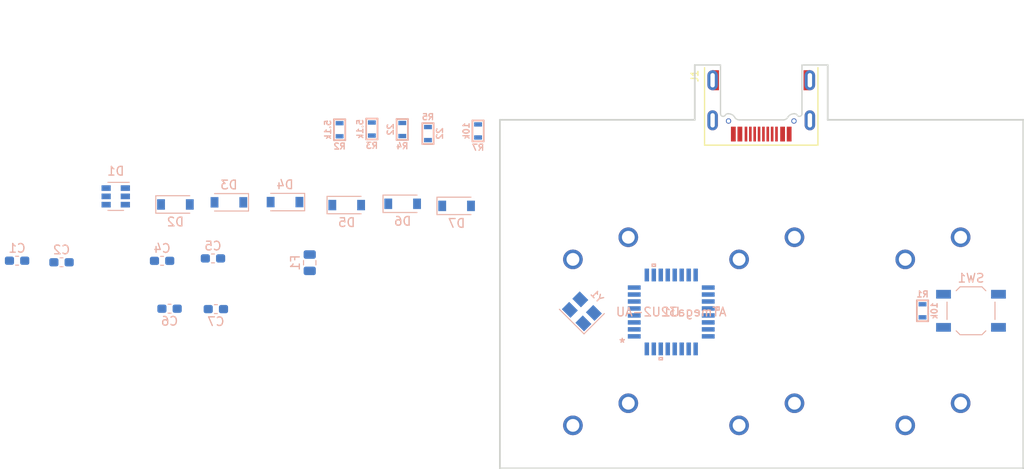
<source format=kicad_pcb>
(kicad_pcb (version 20171130) (host pcbnew "(5.1.6)-1")

  (general
    (thickness 1.6)
    (drawings 8)
    (tracks 0)
    (zones 0)
    (modules 30)
    (nets 46)
  )

  (page A4)
  (layers
    (0 F.Cu signal)
    (31 B.Cu signal)
    (32 B.Adhes user)
    (33 F.Adhes user)
    (34 B.Paste user)
    (35 F.Paste user)
    (36 B.SilkS user)
    (37 F.SilkS user)
    (38 B.Mask user)
    (39 F.Mask user)
    (40 Dwgs.User user)
    (41 Cmts.User user)
    (42 Eco1.User user)
    (43 Eco2.User user)
    (44 Edge.Cuts user)
    (45 Margin user)
    (46 B.CrtYd user)
    (47 F.CrtYd user)
    (48 B.Fab user)
    (49 F.Fab user)
  )

  (setup
    (last_trace_width 0.25)
    (trace_clearance 0.2)
    (zone_clearance 0.508)
    (zone_45_only no)
    (trace_min 0.2)
    (via_size 0.8)
    (via_drill 0.4)
    (via_min_size 0.4)
    (via_min_drill 0.3)
    (uvia_size 0.3)
    (uvia_drill 0.1)
    (uvias_allowed no)
    (uvia_min_size 0.2)
    (uvia_min_drill 0.1)
    (edge_width 0.05)
    (segment_width 0.2)
    (pcb_text_width 0.3)
    (pcb_text_size 1.5 1.5)
    (mod_edge_width 0.12)
    (mod_text_size 1 1)
    (mod_text_width 0.15)
    (pad_size 1.524 1.524)
    (pad_drill 0.762)
    (pad_to_mask_clearance 0.05)
    (aux_axis_origin 0 0)
    (visible_elements 7FFFFFFF)
    (pcbplotparams
      (layerselection 0x010fc_ffffffff)
      (usegerberextensions false)
      (usegerberattributes true)
      (usegerberadvancedattributes true)
      (creategerberjobfile true)
      (excludeedgelayer true)
      (linewidth 0.100000)
      (plotframeref false)
      (viasonmask false)
      (mode 1)
      (useauxorigin false)
      (hpglpennumber 1)
      (hpglpenspeed 20)
      (hpglpendiameter 15.000000)
      (psnegative false)
      (psa4output false)
      (plotreference true)
      (plotvalue true)
      (plotinvisibletext false)
      (padsonsilk false)
      (subtractmaskfromsilk false)
      (outputformat 1)
      (mirror false)
      (drillshape 1)
      (scaleselection 1)
      (outputdirectory ""))
  )

  (net 0 "")
  (net 1 +5V)
  (net 2 "Net-(C1-Pad1)")
  (net 3 "Net-(C2-Pad1)")
  (net 4 "Net-(C7-Pad1)")
  (net 5 "Net-(D1-Pad4)")
  (net 6 D+)
  (net 7 D-)
  (net 8 "Net-(D2-Pad1)")
  (net 9 ROW0)
  (net 10 "Net-(D3-Pad1)")
  (net 11 "Net-(D4-Pad1)")
  (net 12 "Net-(D5-Pad1)")
  (net 13 ROW1)
  (net 14 "Net-(D6-Pad1)")
  (net 15 COL0)
  (net 16 COL1)
  (net 17 COL2)
  (net 18 "Net-(R1-Pad1)")
  (net 19 "Net-(J1-PadA5)")
  (net 20 "Net-(J1-PadB5)")
  (net 21 "Net-(R4-Pad1)")
  (net 22 "Net-(R5-Pad1)")
  (net 23 "Net-(R7-Pad1)")
  (net 24 "Net-(U1-Pad26)")
  (net 25 "Net-(U1-Pad25)")
  (net 26 "Net-(U1-Pad22)")
  (net 27 "Net-(U1-Pad21)")
  (net 28 "Net-(U1-Pad20)")
  (net 29 "Net-(U1-Pad19)")
  (net 30 "Net-(U1-Pad18)")
  (net 31 "Net-(U1-Pad12)")
  (net 32 "Net-(U1-Pad11)")
  (net 33 GND)
  (net 34 "Net-(D7-Pad1)")
  (net 35 VBUS)
  (net 36 "Net-(D1-Pad3)")
  (net 37 "Net-(J1-PadA8)")
  (net 38 "Net-(J1-PadB8)")
  (net 39 "Net-(U1-Pad5)")
  (net 40 "Net-(U1-Pad14)")
  (net 41 "Net-(U1-Pad15)")
  (net 42 "Net-(U1-Pad16)")
  (net 43 "Net-(U1-Pad17)")
  (net 44 "Net-(U1-Pad23)")
  (net 45 ROW2)

  (net_class Default "This is the default net class."
    (clearance 0.2)
    (trace_width 0.25)
    (via_dia 0.8)
    (via_drill 0.4)
    (uvia_dia 0.3)
    (uvia_drill 0.1)
    (add_net +5V)
    (add_net COL0)
    (add_net COL1)
    (add_net COL2)
    (add_net D+)
    (add_net D-)
    (add_net GND)
    (add_net "Net-(C1-Pad1)")
    (add_net "Net-(C2-Pad1)")
    (add_net "Net-(C7-Pad1)")
    (add_net "Net-(D1-Pad3)")
    (add_net "Net-(D1-Pad4)")
    (add_net "Net-(D2-Pad1)")
    (add_net "Net-(D3-Pad1)")
    (add_net "Net-(D4-Pad1)")
    (add_net "Net-(D5-Pad1)")
    (add_net "Net-(D6-Pad1)")
    (add_net "Net-(D7-Pad1)")
    (add_net "Net-(J1-PadA5)")
    (add_net "Net-(J1-PadA8)")
    (add_net "Net-(J1-PadB5)")
    (add_net "Net-(J1-PadB8)")
    (add_net "Net-(R1-Pad1)")
    (add_net "Net-(R4-Pad1)")
    (add_net "Net-(R5-Pad1)")
    (add_net "Net-(R7-Pad1)")
    (add_net "Net-(U1-Pad11)")
    (add_net "Net-(U1-Pad12)")
    (add_net "Net-(U1-Pad14)")
    (add_net "Net-(U1-Pad15)")
    (add_net "Net-(U1-Pad16)")
    (add_net "Net-(U1-Pad17)")
    (add_net "Net-(U1-Pad18)")
    (add_net "Net-(U1-Pad19)")
    (add_net "Net-(U1-Pad20)")
    (add_net "Net-(U1-Pad21)")
    (add_net "Net-(U1-Pad22)")
    (add_net "Net-(U1-Pad23)")
    (add_net "Net-(U1-Pad25)")
    (add_net "Net-(U1-Pad26)")
    (add_net "Net-(U1-Pad5)")
    (add_net ROW0)
    (add_net ROW1)
    (add_net ROW2)
    (add_net VBUS)
  )

  (module usb-type-c:Mid_Mount-USB_C_HandSoldering (layer F.Cu) (tedit 5BB34977) (tstamp 5F55D769)
    (at 152.4 71.66864 90)
    (path /5F5657E8)
    (fp_text reference J1 (at -1.27 -7.62 90) (layer F.SilkS)
      (effects (font (size 0.8 0.8) (thickness 0.15)))
    )
    (fp_text value USB2_C_Receptacle (at 0 8.89 90) (layer F.Fab)
      (effects (font (size 1 1) (thickness 0.15)))
    )
    (fp_arc (start -6.43 -3.75) (end -5.6 -3.75) (angle 60) (layer Edge.Cuts) (width 0.15))
    (fp_arc (start -6.43 3.75) (end -5.6 3.75) (angle -60) (layer Edge.Cuts) (width 0.15))
    (fp_arc (start -5.6 -4.37) (end -5.6 -4.67) (angle -150) (layer Edge.Cuts) (width 0.15))
    (fp_arc (start -5.9 -3.850384) (end -5.6 -3.850384) (angle -60) (layer Edge.Cuts) (width 0.15))
    (fp_arc (start -5.73 -2.537565) (end -6.3 -2.537565) (angle 60) (layer Edge.Cuts) (width 0.15))
    (fp_arc (start -5.73 2.537565) (end -6.3 2.537565) (angle -60) (layer Edge.Cuts) (width 0.15))
    (fp_arc (start -5.9 3.850384) (end -5.6 3.850384) (angle 60) (layer Edge.Cuts) (width 0.15))
    (fp_arc (start -5.6 4.37) (end -5.6 4.67) (angle 150) (layer Edge.Cuts) (width 0.15))
    (fp_line (start 0 6.35) (end 0 -6.35) (layer F.CrtYd) (width 0.05))
    (fp_line (start -9.05 4.699) (end -7.747 4.699) (layer F.CrtYd) (width 0.05))
    (fp_line (start -9.05 -4.7) (end -9.05 4.698) (layer F.CrtYd) (width 0.05))
    (fp_line (start -7.747 -4.699) (end -9.05 -4.699) (layer F.CrtYd) (width 0.05))
    (fp_line (start -7.747 -6.35) (end -7.747 -4.699) (layer F.CrtYd) (width 0.05))
    (fp_line (start 0 -6.35) (end -7.747 -6.35) (layer F.CrtYd) (width 0.05))
    (fp_line (start -7.747 6.35) (end -7.747 4.699) (layer F.CrtYd) (width 0.05))
    (fp_line (start 0 6.35) (end -7.747 6.35) (layer F.CrtYd) (width 0.05))
    (fp_line (start -5.6 -3.850384) (end -5.6 -3.75) (layer Edge.Cuts) (width 0.15))
    (fp_line (start -6.3 2.537566) (end -6.3 -2.537566) (layer Edge.Cuts) (width 0.15))
    (fp_line (start -0.3 -6.5) (end -9.2 -6.5) (layer F.SilkS) (width 0.15))
    (fp_line (start -9.2 -6.5) (end -9.2 6.5) (layer F.SilkS) (width 0.15))
    (fp_line (start -9.2 6.5) (end -0.3 6.5) (layer F.SilkS) (width 0.15))
    (fp_line (start 0 7.62) (end 0 4.67) (layer Edge.Cuts) (width 0.15))
    (fp_line (start 0 4.67) (end -5.6 4.67) (layer Edge.Cuts) (width 0.15))
    (fp_line (start -5.6 3.850384) (end -5.6 3.75) (layer Edge.Cuts) (width 0.15))
    (fp_line (start -5.6 -4.67) (end 0 -4.67) (layer Edge.Cuts) (width 0.15))
    (fp_line (start 0 -4.67) (end 0 -7.62) (layer Edge.Cuts) (width 0.15))
    (pad S1 smd rect (at -1.75 5.2 180) (size 0.7 2.3) (layers F.Cu F.Mask)
      (net 33 GND) (zone_connect 2))
    (pad S1 smd rect (at -1.75 -5.2 180) (size 0.7 2.3) (layers F.Cu F.Mask)
      (net 33 GND) (zone_connect 2))
    (pad S1 thru_hole oval (at -6.35 5.575 180) (size 1.2 2.3) (drill oval 0.5 1.65) (layers *.Cu *.Mask)
      (net 33 GND))
    (pad S1 thru_hole oval (at -6.35 -5.575 180) (size 1.2 2.3) (drill oval 0.5 1.65) (layers *.Cu *.Mask)
      (net 33 GND))
    (pad S1 thru_hole oval (at -1.75 5.575 180) (size 1.2 2.3) (drill oval 0.5 1.65) (layers *.Cu *.Mask)
      (net 33 GND))
    (pad S1 thru_hole oval (at -1.75 -5.575 180) (size 1.2 2.3) (drill oval 0.5 1.65) (layers *.Cu *.Mask)
      (net 33 GND))
    (pad "" np_thru_hole circle (at -6.43 3.75 180) (size 0.6 0.6) (drill 0.4) (layers *.Cu *.Mask))
    (pad "" np_thru_hole circle (at -6.43 -3.75 180) (size 0.6 0.6) (drill 0.4) (layers *.Cu *.Mask))
    (pad A1B12 smd rect (at -7.93 3.2 180) (size 0.55 1.7) (layers F.Cu F.Paste F.Mask)
      (net 33 GND))
    (pad B1A12 smd rect (at -7.93 -3.2 180) (size 0.55 1.7) (layers F.Cu F.Paste F.Mask)
      (net 33 GND))
    (pad A4B9 smd rect (at -7.93 2.45 180) (size 0.55 1.7) (layers F.Cu F.Paste F.Mask)
      (net 35 VBUS))
    (pad B8 smd rect (at -7.93 1.75 180) (size 0.3 1.7) (layers F.Cu F.Paste F.Mask)
      (net 38 "Net-(J1-PadB8)"))
    (pad A5 smd rect (at -7.93 1.25 180) (size 0.3 1.7) (layers F.Cu F.Paste F.Mask)
      (net 19 "Net-(J1-PadA5)"))
    (pad B7 smd rect (at -7.93 0.75 180) (size 0.3 1.7) (layers F.Cu F.Paste F.Mask)
      (net 7 D-))
    (pad B4A9 smd rect (at -7.93 -2.45 180) (size 0.55 1.7) (layers F.Cu F.Paste F.Mask)
      (net 35 VBUS))
    (pad B5 smd rect (at -7.93 -1.75 180) (size 0.3 1.7) (layers F.Cu F.Paste F.Mask)
      (net 20 "Net-(J1-PadB5)"))
    (pad A8 smd rect (at -7.93 -1.25 180) (size 0.3 1.7) (layers F.Cu F.Paste F.Mask)
      (net 37 "Net-(J1-PadA8)"))
    (pad B6 smd rect (at -7.93 -0.75 180) (size 0.3 1.7) (layers F.Cu F.Paste F.Mask)
      (net 6 D+))
    (pad A7 smd rect (at -7.93 -0.25 180) (size 0.3 1.7) (layers F.Cu F.Paste F.Mask)
      (net 7 D-))
    (pad A6 smd rect (at -7.93 0.25 180) (size 0.3 1.7) (layers F.Cu F.Paste F.Mask)
      (net 6 D+))
  )

  (module Keebio-Parts:R_0603 (layer B.Cu) (tedit 5D536D0C) (tstamp 5F46F42E)
    (at 119.93372 79.2378 90)
    (descr "SMT, 1608, 0603")
    (tags "SMT, 1608, 0603")
    (path /5F47354A)
    (attr smd)
    (fp_text reference R7 (at -1.9 0 180) (layer B.SilkS)
      (effects (font (size 0.7 0.7) (thickness 0.15)) (justify mirror))
    )
    (fp_text value 10k (at 0 -1.35 90) (layer B.SilkS)
      (effects (font (size 0.7 0.7) (thickness 0.15)) (justify mirror))
    )
    (fp_line (start -1.2 -0.65) (end -1.2 0.65) (layer B.SilkS) (width 0.2))
    (fp_line (start 1.2 -0.65) (end -1.2 -0.65) (layer B.SilkS) (width 0.2))
    (fp_line (start 1.2 0.65) (end 1.2 -0.65) (layer B.SilkS) (width 0.2))
    (fp_line (start -1.2 0.65) (end 1.2 0.65) (layer B.SilkS) (width 0.2))
    (pad 1 smd rect (at -0.75 0 90) (size 0.5 0.9) (layers B.Cu B.Paste B.Mask)
      (net 23 "Net-(R7-Pad1)") (clearance 0.1))
    (pad 2 smd rect (at 0.75 0 90) (size 0.5 0.9) (layers B.Cu B.Paste B.Mask)
      (net 33 GND) (clearance 0.1))
    (model ${KISYS3DMOD}/Resistor_SMD.3dshapes/R_0603_1608Metric.step
      (at (xyz 0 0 0))
      (scale (xyz 1 1 1))
      (rotate (xyz 0 0 0))
    )
  )

  (module Keebio-Parts:R_0603 (layer B.Cu) (tedit 5D536D0C) (tstamp 5F46F41A)
    (at 114.19078 79.5401 270)
    (descr "SMT, 1608, 0603")
    (tags "SMT, 1608, 0603")
    (path /5F46911B)
    (attr smd)
    (fp_text reference R5 (at -1.9 0 180) (layer B.SilkS)
      (effects (font (size 0.7 0.7) (thickness 0.15)) (justify mirror))
    )
    (fp_text value 22 (at 0 -1.35 90) (layer B.SilkS)
      (effects (font (size 0.7 0.7) (thickness 0.15)) (justify mirror))
    )
    (fp_line (start -1.2 -0.65) (end -1.2 0.65) (layer B.SilkS) (width 0.2))
    (fp_line (start 1.2 -0.65) (end -1.2 -0.65) (layer B.SilkS) (width 0.2))
    (fp_line (start 1.2 0.65) (end 1.2 -0.65) (layer B.SilkS) (width 0.2))
    (fp_line (start -1.2 0.65) (end 1.2 0.65) (layer B.SilkS) (width 0.2))
    (pad 1 smd rect (at -0.75 0 270) (size 0.5 0.9) (layers B.Cu B.Paste B.Mask)
      (net 22 "Net-(R5-Pad1)") (clearance 0.1))
    (pad 2 smd rect (at 0.75 0 270) (size 0.5 0.9) (layers B.Cu B.Paste B.Mask)
      (net 7 D-) (clearance 0.1))
    (model ${KISYS3DMOD}/Resistor_SMD.3dshapes/R_0603_1608Metric.step
      (at (xyz 0 0 0))
      (scale (xyz 1 1 1))
      (rotate (xyz 0 0 0))
    )
  )

  (module Keebio-Parts:R_0603 (layer B.Cu) (tedit 5D536D0C) (tstamp 5F46F410)
    (at 111.24438 79.07274 90)
    (descr "SMT, 1608, 0603")
    (tags "SMT, 1608, 0603")
    (path /5F4686CC)
    (attr smd)
    (fp_text reference R4 (at -1.9 0 180) (layer B.SilkS)
      (effects (font (size 0.7 0.7) (thickness 0.15)) (justify mirror))
    )
    (fp_text value 22 (at 0 -1.35 90) (layer B.SilkS)
      (effects (font (size 0.7 0.7) (thickness 0.15)) (justify mirror))
    )
    (fp_line (start -1.2 -0.65) (end -1.2 0.65) (layer B.SilkS) (width 0.2))
    (fp_line (start 1.2 -0.65) (end -1.2 -0.65) (layer B.SilkS) (width 0.2))
    (fp_line (start 1.2 0.65) (end 1.2 -0.65) (layer B.SilkS) (width 0.2))
    (fp_line (start -1.2 0.65) (end 1.2 0.65) (layer B.SilkS) (width 0.2))
    (pad 1 smd rect (at -0.75 0 90) (size 0.5 0.9) (layers B.Cu B.Paste B.Mask)
      (net 21 "Net-(R4-Pad1)") (clearance 0.1))
    (pad 2 smd rect (at 0.75 0 90) (size 0.5 0.9) (layers B.Cu B.Paste B.Mask)
      (net 6 D+) (clearance 0.1))
    (model ${KISYS3DMOD}/Resistor_SMD.3dshapes/R_0603_1608Metric.step
      (at (xyz 0 0 0))
      (scale (xyz 1 1 1))
      (rotate (xyz 0 0 0))
    )
  )

  (module Keebio-Parts:R_0603 (layer B.Cu) (tedit 5D536D0C) (tstamp 5F46F406)
    (at 107.7595 79.0194 90)
    (descr "SMT, 1608, 0603")
    (tags "SMT, 1608, 0603")
    (path /5F468C9D)
    (attr smd)
    (fp_text reference R3 (at -1.9 0 180) (layer B.SilkS)
      (effects (font (size 0.7 0.7) (thickness 0.15)) (justify mirror))
    )
    (fp_text value 5.1k (at 0 -1.35 90) (layer B.SilkS)
      (effects (font (size 0.7 0.7) (thickness 0.15)) (justify mirror))
    )
    (fp_line (start -1.2 -0.65) (end -1.2 0.65) (layer B.SilkS) (width 0.2))
    (fp_line (start 1.2 -0.65) (end -1.2 -0.65) (layer B.SilkS) (width 0.2))
    (fp_line (start 1.2 0.65) (end 1.2 -0.65) (layer B.SilkS) (width 0.2))
    (fp_line (start -1.2 0.65) (end 1.2 0.65) (layer B.SilkS) (width 0.2))
    (pad 1 smd rect (at -0.75 0 90) (size 0.5 0.9) (layers B.Cu B.Paste B.Mask)
      (net 33 GND) (clearance 0.1))
    (pad 2 smd rect (at 0.75 0 90) (size 0.5 0.9) (layers B.Cu B.Paste B.Mask)
      (net 20 "Net-(J1-PadB5)") (clearance 0.1))
    (model ${KISYS3DMOD}/Resistor_SMD.3dshapes/R_0603_1608Metric.step
      (at (xyz 0 0 0))
      (scale (xyz 1 1 1))
      (rotate (xyz 0 0 0))
    )
  )

  (module Keebio-Parts:R_0603 (layer B.Cu) (tedit 5D536D0C) (tstamp 5F46F3FC)
    (at 104.06126 79.10068 90)
    (descr "SMT, 1608, 0603")
    (tags "SMT, 1608, 0603")
    (path /5F466C25)
    (attr smd)
    (fp_text reference R2 (at -1.9 0 180) (layer B.SilkS)
      (effects (font (size 0.7 0.7) (thickness 0.15)) (justify mirror))
    )
    (fp_text value 5.1k (at 0 -1.35 90) (layer B.SilkS)
      (effects (font (size 0.7 0.7) (thickness 0.15)) (justify mirror))
    )
    (fp_line (start -1.2 -0.65) (end -1.2 0.65) (layer B.SilkS) (width 0.2))
    (fp_line (start 1.2 -0.65) (end -1.2 -0.65) (layer B.SilkS) (width 0.2))
    (fp_line (start 1.2 0.65) (end 1.2 -0.65) (layer B.SilkS) (width 0.2))
    (fp_line (start -1.2 0.65) (end 1.2 0.65) (layer B.SilkS) (width 0.2))
    (pad 1 smd rect (at -0.75 0 90) (size 0.5 0.9) (layers B.Cu B.Paste B.Mask)
      (net 33 GND) (clearance 0.1))
    (pad 2 smd rect (at 0.75 0 90) (size 0.5 0.9) (layers B.Cu B.Paste B.Mask)
      (net 19 "Net-(J1-PadA5)") (clearance 0.1))
    (model ${KISYS3DMOD}/Resistor_SMD.3dshapes/R_0603_1608Metric.step
      (at (xyz 0 0 0))
      (scale (xyz 1 1 1))
      (rotate (xyz 0 0 0))
    )
  )

  (module Keebio-Parts:R_0603 (layer B.Cu) (tedit 5D536D0C) (tstamp 5F46F3F2)
    (at 170.8912 99.87915 270)
    (descr "SMT, 1608, 0603")
    (tags "SMT, 1608, 0603")
    (path /5F4821C1)
    (attr smd)
    (fp_text reference R1 (at -1.9 0 180) (layer B.SilkS)
      (effects (font (size 0.7 0.7) (thickness 0.15)) (justify mirror))
    )
    (fp_text value 10k (at 0 -1.35 90) (layer B.SilkS)
      (effects (font (size 0.7 0.7) (thickness 0.15)) (justify mirror))
    )
    (fp_line (start -1.2 -0.65) (end -1.2 0.65) (layer B.SilkS) (width 0.2))
    (fp_line (start 1.2 -0.65) (end -1.2 -0.65) (layer B.SilkS) (width 0.2))
    (fp_line (start 1.2 0.65) (end 1.2 -0.65) (layer B.SilkS) (width 0.2))
    (fp_line (start -1.2 0.65) (end 1.2 0.65) (layer B.SilkS) (width 0.2))
    (pad 1 smd rect (at -0.75 0 270) (size 0.5 0.9) (layers B.Cu B.Paste B.Mask)
      (net 18 "Net-(R1-Pad1)") (clearance 0.1))
    (pad 2 smd rect (at 0.75 0 270) (size 0.5 0.9) (layers B.Cu B.Paste B.Mask)
      (net 1 +5V) (clearance 0.1))
    (model ${KISYS3DMOD}/Resistor_SMD.3dshapes/R_0603_1608Metric.step
      (at (xyz 0 0 0))
      (scale (xyz 1 1 1))
      (rotate (xyz 0 0 0))
    )
  )

  (module Fuse:Fuse_0805_2012Metric (layer B.Cu) (tedit 5B36C52C) (tstamp 5F4751C2)
    (at 100.6348 94.361 270)
    (descr "Fuse SMD 0805 (2012 Metric), square (rectangular) end terminal, IPC_7351 nominal, (Body size source: https://docs.google.com/spreadsheets/d/1BsfQQcO9C6DZCsRaXUlFlo91Tg2WpOkGARC1WS5S8t0/edit?usp=sharing), generated with kicad-footprint-generator")
    (tags resistor)
    (path /5F464504)
    (attr smd)
    (fp_text reference F1 (at 0 1.65 90) (layer B.SilkS)
      (effects (font (size 1 1) (thickness 0.15)) (justify mirror))
    )
    (fp_text value 500mA (at 0 -1.65 90) (layer B.Fab)
      (effects (font (size 1 1) (thickness 0.15)) (justify mirror))
    )
    (fp_line (start -1 -0.6) (end -1 0.6) (layer B.Fab) (width 0.1))
    (fp_line (start -1 0.6) (end 1 0.6) (layer B.Fab) (width 0.1))
    (fp_line (start 1 0.6) (end 1 -0.6) (layer B.Fab) (width 0.1))
    (fp_line (start 1 -0.6) (end -1 -0.6) (layer B.Fab) (width 0.1))
    (fp_line (start -0.258578 0.71) (end 0.258578 0.71) (layer B.SilkS) (width 0.12))
    (fp_line (start -0.258578 -0.71) (end 0.258578 -0.71) (layer B.SilkS) (width 0.12))
    (fp_line (start -1.68 -0.95) (end -1.68 0.95) (layer B.CrtYd) (width 0.05))
    (fp_line (start -1.68 0.95) (end 1.68 0.95) (layer B.CrtYd) (width 0.05))
    (fp_line (start 1.68 0.95) (end 1.68 -0.95) (layer B.CrtYd) (width 0.05))
    (fp_line (start 1.68 -0.95) (end -1.68 -0.95) (layer B.CrtYd) (width 0.05))
    (fp_text user %R (at 0 0 90) (layer B.Fab)
      (effects (font (size 0.5 0.5) (thickness 0.08)) (justify mirror))
    )
    (pad 2 smd roundrect (at 0.9375 0 270) (size 0.975 1.4) (layers B.Cu B.Paste B.Mask) (roundrect_rratio 0.25)
      (net 35 VBUS))
    (pad 1 smd roundrect (at -0.9375 0 270) (size 0.975 1.4) (layers B.Cu B.Paste B.Mask) (roundrect_rratio 0.25)
      (net 1 +5V))
    (model ${KISYS3DMOD}/Fuse.3dshapes/Fuse_0805_2012Metric.wrl
      (at (xyz 0 0 0))
      (scale (xyz 1 1 1))
      (rotate (xyz 0 0 0))
    )
  )

  (module Capacitor_SMD:C_0603_1608Metric_Pad1.05x0.95mm_HandSolder (layer B.Cu) (tedit 5B301BBE) (tstamp 5F46F27A)
    (at 89.87282 99.68738)
    (descr "Capacitor SMD 0603 (1608 Metric), square (rectangular) end terminal, IPC_7351 nominal with elongated pad for handsoldering. (Body size source: http://www.tortai-tech.com/upload/download/2011102023233369053.pdf), generated with kicad-footprint-generator")
    (tags "capacitor handsolder")
    (path /5F46A94B)
    (attr smd)
    (fp_text reference C7 (at 0 1.43) (layer B.SilkS)
      (effects (font (size 1 1) (thickness 0.15)) (justify mirror))
    )
    (fp_text value 1uF (at 0 -1.43) (layer B.Fab)
      (effects (font (size 1 1) (thickness 0.15)) (justify mirror))
    )
    (fp_line (start -0.8 -0.4) (end -0.8 0.4) (layer B.Fab) (width 0.1))
    (fp_line (start -0.8 0.4) (end 0.8 0.4) (layer B.Fab) (width 0.1))
    (fp_line (start 0.8 0.4) (end 0.8 -0.4) (layer B.Fab) (width 0.1))
    (fp_line (start 0.8 -0.4) (end -0.8 -0.4) (layer B.Fab) (width 0.1))
    (fp_line (start -0.171267 0.51) (end 0.171267 0.51) (layer B.SilkS) (width 0.12))
    (fp_line (start -0.171267 -0.51) (end 0.171267 -0.51) (layer B.SilkS) (width 0.12))
    (fp_line (start -1.65 -0.73) (end -1.65 0.73) (layer B.CrtYd) (width 0.05))
    (fp_line (start -1.65 0.73) (end 1.65 0.73) (layer B.CrtYd) (width 0.05))
    (fp_line (start 1.65 0.73) (end 1.65 -0.73) (layer B.CrtYd) (width 0.05))
    (fp_line (start 1.65 -0.73) (end -1.65 -0.73) (layer B.CrtYd) (width 0.05))
    (fp_text user %R (at 0 0) (layer B.Fab)
      (effects (font (size 0.4 0.4) (thickness 0.06)) (justify mirror))
    )
    (pad 2 smd roundrect (at 0.875 0) (size 1.05 0.95) (layers B.Cu B.Paste B.Mask) (roundrect_rratio 0.25)
      (net 33 GND))
    (pad 1 smd roundrect (at -0.875 0) (size 1.05 0.95) (layers B.Cu B.Paste B.Mask) (roundrect_rratio 0.25)
      (net 4 "Net-(C7-Pad1)"))
    (model ${KISYS3DMOD}/Capacitor_SMD.3dshapes/C_0603_1608Metric.wrl
      (at (xyz 0 0 0))
      (scale (xyz 1 1 1))
      (rotate (xyz 0 0 0))
    )
  )

  (module Capacitor_SMD:C_0603_1608Metric_Pad1.05x0.95mm_HandSolder (layer B.Cu) (tedit 5B301BBE) (tstamp 5F46F269)
    (at 84.56422 99.64166)
    (descr "Capacitor SMD 0603 (1608 Metric), square (rectangular) end terminal, IPC_7351 nominal with elongated pad for handsoldering. (Body size source: http://www.tortai-tech.com/upload/download/2011102023233369053.pdf), generated with kicad-footprint-generator")
    (tags "capacitor handsolder")
    (path /5F46FC63)
    (attr smd)
    (fp_text reference C6 (at 0 1.43) (layer B.SilkS)
      (effects (font (size 1 1) (thickness 0.15)) (justify mirror))
    )
    (fp_text value 4.7uF (at 0 -1.43) (layer B.Fab)
      (effects (font (size 1 1) (thickness 0.15)) (justify mirror))
    )
    (fp_line (start -0.8 -0.4) (end -0.8 0.4) (layer B.Fab) (width 0.1))
    (fp_line (start -0.8 0.4) (end 0.8 0.4) (layer B.Fab) (width 0.1))
    (fp_line (start 0.8 0.4) (end 0.8 -0.4) (layer B.Fab) (width 0.1))
    (fp_line (start 0.8 -0.4) (end -0.8 -0.4) (layer B.Fab) (width 0.1))
    (fp_line (start -0.171267 0.51) (end 0.171267 0.51) (layer B.SilkS) (width 0.12))
    (fp_line (start -0.171267 -0.51) (end 0.171267 -0.51) (layer B.SilkS) (width 0.12))
    (fp_line (start -1.65 -0.73) (end -1.65 0.73) (layer B.CrtYd) (width 0.05))
    (fp_line (start -1.65 0.73) (end 1.65 0.73) (layer B.CrtYd) (width 0.05))
    (fp_line (start 1.65 0.73) (end 1.65 -0.73) (layer B.CrtYd) (width 0.05))
    (fp_line (start 1.65 -0.73) (end -1.65 -0.73) (layer B.CrtYd) (width 0.05))
    (fp_text user %R (at 0 0) (layer B.Fab)
      (effects (font (size 0.4 0.4) (thickness 0.06)) (justify mirror))
    )
    (pad 2 smd roundrect (at 0.875 0) (size 1.05 0.95) (layers B.Cu B.Paste B.Mask) (roundrect_rratio 0.25)
      (net 33 GND))
    (pad 1 smd roundrect (at -0.875 0) (size 1.05 0.95) (layers B.Cu B.Paste B.Mask) (roundrect_rratio 0.25)
      (net 1 +5V))
    (model ${KISYS3DMOD}/Capacitor_SMD.3dshapes/C_0603_1608Metric.wrl
      (at (xyz 0 0 0))
      (scale (xyz 1 1 1))
      (rotate (xyz 0 0 0))
    )
  )

  (module Capacitor_SMD:C_0603_1608Metric_Pad1.05x0.95mm_HandSolder (layer B.Cu) (tedit 5B301BBE) (tstamp 5F46F258)
    (at 89.54262 93.86824 180)
    (descr "Capacitor SMD 0603 (1608 Metric), square (rectangular) end terminal, IPC_7351 nominal with elongated pad for handsoldering. (Body size source: http://www.tortai-tech.com/upload/download/2011102023233369053.pdf), generated with kicad-footprint-generator")
    (tags "capacitor handsolder")
    (path /5F46E053)
    (attr smd)
    (fp_text reference C5 (at 0 1.43) (layer B.SilkS)
      (effects (font (size 1 1) (thickness 0.15)) (justify mirror))
    )
    (fp_text value 0.1uF (at 0 -1.43) (layer B.Fab)
      (effects (font (size 1 1) (thickness 0.15)) (justify mirror))
    )
    (fp_line (start -0.8 -0.4) (end -0.8 0.4) (layer B.Fab) (width 0.1))
    (fp_line (start -0.8 0.4) (end 0.8 0.4) (layer B.Fab) (width 0.1))
    (fp_line (start 0.8 0.4) (end 0.8 -0.4) (layer B.Fab) (width 0.1))
    (fp_line (start 0.8 -0.4) (end -0.8 -0.4) (layer B.Fab) (width 0.1))
    (fp_line (start -0.171267 0.51) (end 0.171267 0.51) (layer B.SilkS) (width 0.12))
    (fp_line (start -0.171267 -0.51) (end 0.171267 -0.51) (layer B.SilkS) (width 0.12))
    (fp_line (start -1.65 -0.73) (end -1.65 0.73) (layer B.CrtYd) (width 0.05))
    (fp_line (start -1.65 0.73) (end 1.65 0.73) (layer B.CrtYd) (width 0.05))
    (fp_line (start 1.65 0.73) (end 1.65 -0.73) (layer B.CrtYd) (width 0.05))
    (fp_line (start 1.65 -0.73) (end -1.65 -0.73) (layer B.CrtYd) (width 0.05))
    (fp_text user %R (at 0 0) (layer B.Fab)
      (effects (font (size 0.4 0.4) (thickness 0.06)) (justify mirror))
    )
    (pad 2 smd roundrect (at 0.875 0 180) (size 1.05 0.95) (layers B.Cu B.Paste B.Mask) (roundrect_rratio 0.25)
      (net 33 GND))
    (pad 1 smd roundrect (at -0.875 0 180) (size 1.05 0.95) (layers B.Cu B.Paste B.Mask) (roundrect_rratio 0.25)
      (net 1 +5V))
    (model ${KISYS3DMOD}/Capacitor_SMD.3dshapes/C_0603_1608Metric.wrl
      (at (xyz 0 0 0))
      (scale (xyz 1 1 1))
      (rotate (xyz 0 0 0))
    )
  )

  (module Capacitor_SMD:C_0603_1608Metric_Pad1.05x0.95mm_HandSolder (layer B.Cu) (tedit 5B301BBE) (tstamp 5F46F247)
    (at 83.70824 94.1451 180)
    (descr "Capacitor SMD 0603 (1608 Metric), square (rectangular) end terminal, IPC_7351 nominal with elongated pad for handsoldering. (Body size source: http://www.tortai-tech.com/upload/download/2011102023233369053.pdf), generated with kicad-footprint-generator")
    (tags "capacitor handsolder")
    (path /5F46CEE3)
    (attr smd)
    (fp_text reference C4 (at 0 1.43) (layer B.SilkS)
      (effects (font (size 1 1) (thickness 0.15)) (justify mirror))
    )
    (fp_text value 0.1uF (at 0 -1.43) (layer B.Fab)
      (effects (font (size 1 1) (thickness 0.15)) (justify mirror))
    )
    (fp_line (start -0.8 -0.4) (end -0.8 0.4) (layer B.Fab) (width 0.1))
    (fp_line (start -0.8 0.4) (end 0.8 0.4) (layer B.Fab) (width 0.1))
    (fp_line (start 0.8 0.4) (end 0.8 -0.4) (layer B.Fab) (width 0.1))
    (fp_line (start 0.8 -0.4) (end -0.8 -0.4) (layer B.Fab) (width 0.1))
    (fp_line (start -0.171267 0.51) (end 0.171267 0.51) (layer B.SilkS) (width 0.12))
    (fp_line (start -0.171267 -0.51) (end 0.171267 -0.51) (layer B.SilkS) (width 0.12))
    (fp_line (start -1.65 -0.73) (end -1.65 0.73) (layer B.CrtYd) (width 0.05))
    (fp_line (start -1.65 0.73) (end 1.65 0.73) (layer B.CrtYd) (width 0.05))
    (fp_line (start 1.65 0.73) (end 1.65 -0.73) (layer B.CrtYd) (width 0.05))
    (fp_line (start 1.65 -0.73) (end -1.65 -0.73) (layer B.CrtYd) (width 0.05))
    (fp_text user %R (at 0 0) (layer B.Fab)
      (effects (font (size 0.4 0.4) (thickness 0.06)) (justify mirror))
    )
    (pad 2 smd roundrect (at 0.875 0 180) (size 1.05 0.95) (layers B.Cu B.Paste B.Mask) (roundrect_rratio 0.25)
      (net 33 GND))
    (pad 1 smd roundrect (at -0.875 0 180) (size 1.05 0.95) (layers B.Cu B.Paste B.Mask) (roundrect_rratio 0.25)
      (net 1 +5V))
    (model ${KISYS3DMOD}/Capacitor_SMD.3dshapes/C_0603_1608Metric.wrl
      (at (xyz 0 0 0))
      (scale (xyz 1 1 1))
      (rotate (xyz 0 0 0))
    )
  )

  (module Capacitor_SMD:C_0603_1608Metric_Pad1.05x0.95mm_HandSolder (layer B.Cu) (tedit 5B301BBE) (tstamp 5F476015)
    (at 72.17918 94.31274 180)
    (descr "Capacitor SMD 0603 (1608 Metric), square (rectangular) end terminal, IPC_7351 nominal with elongated pad for handsoldering. (Body size source: http://www.tortai-tech.com/upload/download/2011102023233369053.pdf), generated with kicad-footprint-generator")
    (tags "capacitor handsolder")
    (path /5F47B088)
    (attr smd)
    (fp_text reference C2 (at 0 1.43) (layer B.SilkS)
      (effects (font (size 1 1) (thickness 0.15)) (justify mirror))
    )
    (fp_text value 22pF (at 0 -1.43) (layer B.Fab)
      (effects (font (size 1 1) (thickness 0.15)) (justify mirror))
    )
    (fp_line (start -0.8 -0.4) (end -0.8 0.4) (layer B.Fab) (width 0.1))
    (fp_line (start -0.8 0.4) (end 0.8 0.4) (layer B.Fab) (width 0.1))
    (fp_line (start 0.8 0.4) (end 0.8 -0.4) (layer B.Fab) (width 0.1))
    (fp_line (start 0.8 -0.4) (end -0.8 -0.4) (layer B.Fab) (width 0.1))
    (fp_line (start -0.171267 0.51) (end 0.171267 0.51) (layer B.SilkS) (width 0.12))
    (fp_line (start -0.171267 -0.51) (end 0.171267 -0.51) (layer B.SilkS) (width 0.12))
    (fp_line (start -1.65 -0.73) (end -1.65 0.73) (layer B.CrtYd) (width 0.05))
    (fp_line (start -1.65 0.73) (end 1.65 0.73) (layer B.CrtYd) (width 0.05))
    (fp_line (start 1.65 0.73) (end 1.65 -0.73) (layer B.CrtYd) (width 0.05))
    (fp_line (start 1.65 -0.73) (end -1.65 -0.73) (layer B.CrtYd) (width 0.05))
    (fp_text user %R (at 0 0) (layer B.Fab)
      (effects (font (size 0.4 0.4) (thickness 0.06)) (justify mirror))
    )
    (pad 2 smd roundrect (at 0.875 0 180) (size 1.05 0.95) (layers B.Cu B.Paste B.Mask) (roundrect_rratio 0.25)
      (net 33 GND))
    (pad 1 smd roundrect (at -0.875 0 180) (size 1.05 0.95) (layers B.Cu B.Paste B.Mask) (roundrect_rratio 0.25)
      (net 3 "Net-(C2-Pad1)"))
    (model ${KISYS3DMOD}/Capacitor_SMD.3dshapes/C_0603_1608Metric.wrl
      (at (xyz 0 0 0))
      (scale (xyz 1 1 1))
      (rotate (xyz 0 0 0))
    )
  )

  (module Capacitor_SMD:C_0603_1608Metric_Pad1.05x0.95mm_HandSolder (layer B.Cu) (tedit 5B301BBE) (tstamp 5F46F214)
    (at 67.08394 94.12986 180)
    (descr "Capacitor SMD 0603 (1608 Metric), square (rectangular) end terminal, IPC_7351 nominal with elongated pad for handsoldering. (Body size source: http://www.tortai-tech.com/upload/download/2011102023233369053.pdf), generated with kicad-footprint-generator")
    (tags "capacitor handsolder")
    (path /5F47A0E6)
    (attr smd)
    (fp_text reference C1 (at 0 1.43) (layer B.SilkS)
      (effects (font (size 1 1) (thickness 0.15)) (justify mirror))
    )
    (fp_text value 22pF (at 0 -1.43) (layer B.Fab)
      (effects (font (size 1 1) (thickness 0.15)) (justify mirror))
    )
    (fp_line (start -0.8 -0.4) (end -0.8 0.4) (layer B.Fab) (width 0.1))
    (fp_line (start -0.8 0.4) (end 0.8 0.4) (layer B.Fab) (width 0.1))
    (fp_line (start 0.8 0.4) (end 0.8 -0.4) (layer B.Fab) (width 0.1))
    (fp_line (start 0.8 -0.4) (end -0.8 -0.4) (layer B.Fab) (width 0.1))
    (fp_line (start -0.171267 0.51) (end 0.171267 0.51) (layer B.SilkS) (width 0.12))
    (fp_line (start -0.171267 -0.51) (end 0.171267 -0.51) (layer B.SilkS) (width 0.12))
    (fp_line (start -1.65 -0.73) (end -1.65 0.73) (layer B.CrtYd) (width 0.05))
    (fp_line (start -1.65 0.73) (end 1.65 0.73) (layer B.CrtYd) (width 0.05))
    (fp_line (start 1.65 0.73) (end 1.65 -0.73) (layer B.CrtYd) (width 0.05))
    (fp_line (start 1.65 -0.73) (end -1.65 -0.73) (layer B.CrtYd) (width 0.05))
    (fp_text user %R (at 0 0) (layer B.Fab)
      (effects (font (size 0.4 0.4) (thickness 0.06)) (justify mirror))
    )
    (pad 2 smd roundrect (at 0.875 0 180) (size 1.05 0.95) (layers B.Cu B.Paste B.Mask) (roundrect_rratio 0.25)
      (net 33 GND))
    (pad 1 smd roundrect (at -0.875 0 180) (size 1.05 0.95) (layers B.Cu B.Paste B.Mask) (roundrect_rratio 0.25)
      (net 2 "Net-(C1-Pad1)"))
    (model ${KISYS3DMOD}/Capacitor_SMD.3dshapes/C_0603_1608Metric.wrl
      (at (xyz 0 0 0))
      (scale (xyz 1 1 1))
      (rotate (xyz 0 0 0))
    )
  )

  (module Package_TO_SOT_SMD:SOT-23-6 (layer B.Cu) (tedit 5A02FF57) (tstamp 5F46F29F)
    (at 78.39456 86.74862 180)
    (descr "6-pin SOT-23 package")
    (tags SOT-23-6)
    (path /5F46CDD8)
    (attr smd)
    (fp_text reference D1 (at 0 2.9) (layer B.SilkS)
      (effects (font (size 1 1) (thickness 0.15)) (justify mirror))
    )
    (fp_text value PRTR5V0U2X (at 0 -2.9) (layer B.Fab)
      (effects (font (size 1 1) (thickness 0.15)) (justify mirror))
    )
    (fp_line (start -0.9 -1.61) (end 0.9 -1.61) (layer B.SilkS) (width 0.12))
    (fp_line (start 0.9 1.61) (end -1.55 1.61) (layer B.SilkS) (width 0.12))
    (fp_line (start 1.9 1.8) (end -1.9 1.8) (layer B.CrtYd) (width 0.05))
    (fp_line (start 1.9 -1.8) (end 1.9 1.8) (layer B.CrtYd) (width 0.05))
    (fp_line (start -1.9 -1.8) (end 1.9 -1.8) (layer B.CrtYd) (width 0.05))
    (fp_line (start -1.9 1.8) (end -1.9 -1.8) (layer B.CrtYd) (width 0.05))
    (fp_line (start -0.9 0.9) (end -0.25 1.55) (layer B.Fab) (width 0.1))
    (fp_line (start 0.9 1.55) (end -0.25 1.55) (layer B.Fab) (width 0.1))
    (fp_line (start -0.9 0.9) (end -0.9 -1.55) (layer B.Fab) (width 0.1))
    (fp_line (start 0.9 -1.55) (end -0.9 -1.55) (layer B.Fab) (width 0.1))
    (fp_line (start 0.9 1.55) (end 0.9 -1.55) (layer B.Fab) (width 0.1))
    (fp_text user %R (at 0 0 270) (layer B.Fab)
      (effects (font (size 0.5 0.5) (thickness 0.075)) (justify mirror))
    )
    (pad 5 smd rect (at 1.1 0 180) (size 1.06 0.65) (layers B.Cu B.Paste B.Mask)
      (net 35 VBUS))
    (pad 6 smd rect (at 1.1 0.95 180) (size 1.06 0.65) (layers B.Cu B.Paste B.Mask)
      (net 6 D+))
    (pad 4 smd rect (at 1.1 -0.95 180) (size 1.06 0.65) (layers B.Cu B.Paste B.Mask)
      (net 5 "Net-(D1-Pad4)"))
    (pad 3 smd rect (at -1.1 -0.95 180) (size 1.06 0.65) (layers B.Cu B.Paste B.Mask)
      (net 36 "Net-(D1-Pad3)"))
    (pad 2 smd rect (at -1.1 0 180) (size 1.06 0.65) (layers B.Cu B.Paste B.Mask)
      (net 33 GND))
    (pad 1 smd rect (at -1.1 0.95 180) (size 1.06 0.65) (layers B.Cu B.Paste B.Mask)
      (net 7 D-))
    (model ${KISYS3DMOD}/Package_TO_SOT_SMD.3dshapes/SOT-23-6.wrl
      (at (xyz 0 0 0))
      (scale (xyz 1 1 1))
      (rotate (xyz 0 0 0))
    )
  )

  (module Diode_SMD:D_SOD-123 (layer B.Cu) (tedit 58645DC7) (tstamp 5F475E50)
    (at 117.47246 87.83828)
    (descr SOD-123)
    (tags SOD-123)
    (path /5F465180)
    (attr smd)
    (fp_text reference D7 (at 0 2) (layer B.SilkS)
      (effects (font (size 1 1) (thickness 0.15)) (justify mirror))
    )
    (fp_text value D_Small (at 0 -2.1) (layer B.Fab)
      (effects (font (size 1 1) (thickness 0.15)) (justify mirror))
    )
    (fp_line (start -2.25 1) (end -2.25 -1) (layer B.SilkS) (width 0.12))
    (fp_line (start 0.25 0) (end 0.75 0) (layer B.Fab) (width 0.1))
    (fp_line (start 0.25 -0.4) (end -0.35 0) (layer B.Fab) (width 0.1))
    (fp_line (start 0.25 0.4) (end 0.25 -0.4) (layer B.Fab) (width 0.1))
    (fp_line (start -0.35 0) (end 0.25 0.4) (layer B.Fab) (width 0.1))
    (fp_line (start -0.35 0) (end -0.35 -0.55) (layer B.Fab) (width 0.1))
    (fp_line (start -0.35 0) (end -0.35 0.55) (layer B.Fab) (width 0.1))
    (fp_line (start -0.75 0) (end -0.35 0) (layer B.Fab) (width 0.1))
    (fp_line (start -1.4 -0.9) (end -1.4 0.9) (layer B.Fab) (width 0.1))
    (fp_line (start 1.4 -0.9) (end -1.4 -0.9) (layer B.Fab) (width 0.1))
    (fp_line (start 1.4 0.9) (end 1.4 -0.9) (layer B.Fab) (width 0.1))
    (fp_line (start -1.4 0.9) (end 1.4 0.9) (layer B.Fab) (width 0.1))
    (fp_line (start -2.35 1.15) (end 2.35 1.15) (layer B.CrtYd) (width 0.05))
    (fp_line (start 2.35 1.15) (end 2.35 -1.15) (layer B.CrtYd) (width 0.05))
    (fp_line (start 2.35 -1.15) (end -2.35 -1.15) (layer B.CrtYd) (width 0.05))
    (fp_line (start -2.35 1.15) (end -2.35 -1.15) (layer B.CrtYd) (width 0.05))
    (fp_line (start -2.25 -1) (end 1.65 -1) (layer B.SilkS) (width 0.12))
    (fp_line (start -2.25 1) (end 1.65 1) (layer B.SilkS) (width 0.12))
    (fp_text user %R (at 0 2) (layer B.Fab)
      (effects (font (size 1 1) (thickness 0.15)) (justify mirror))
    )
    (pad 2 smd rect (at 1.65 0) (size 0.9 1.2) (layers B.Cu B.Paste B.Mask)
      (net 13 ROW1))
    (pad 1 smd rect (at -1.65 0) (size 0.9 1.2) (layers B.Cu B.Paste B.Mask)
      (net 34 "Net-(D7-Pad1)"))
    (model ${KISYS3DMOD}/Diode_SMD.3dshapes/D_SOD-123.wrl
      (at (xyz 0 0 0))
      (scale (xyz 1 1 1))
      (rotate (xyz 0 0 0))
    )
  )

  (module Diode_SMD:D_SOD-123 (layer B.Cu) (tedit 58645DC7) (tstamp 5F46F2E0)
    (at 111.28756 87.59952)
    (descr SOD-123)
    (tags SOD-123)
    (path /5F465173)
    (attr smd)
    (fp_text reference D6 (at 0 2) (layer B.SilkS)
      (effects (font (size 1 1) (thickness 0.15)) (justify mirror))
    )
    (fp_text value D_Small (at 0 -2.1) (layer B.Fab)
      (effects (font (size 1 1) (thickness 0.15)) (justify mirror))
    )
    (fp_line (start -2.25 1) (end -2.25 -1) (layer B.SilkS) (width 0.12))
    (fp_line (start 0.25 0) (end 0.75 0) (layer B.Fab) (width 0.1))
    (fp_line (start 0.25 -0.4) (end -0.35 0) (layer B.Fab) (width 0.1))
    (fp_line (start 0.25 0.4) (end 0.25 -0.4) (layer B.Fab) (width 0.1))
    (fp_line (start -0.35 0) (end 0.25 0.4) (layer B.Fab) (width 0.1))
    (fp_line (start -0.35 0) (end -0.35 -0.55) (layer B.Fab) (width 0.1))
    (fp_line (start -0.35 0) (end -0.35 0.55) (layer B.Fab) (width 0.1))
    (fp_line (start -0.75 0) (end -0.35 0) (layer B.Fab) (width 0.1))
    (fp_line (start -1.4 -0.9) (end -1.4 0.9) (layer B.Fab) (width 0.1))
    (fp_line (start 1.4 -0.9) (end -1.4 -0.9) (layer B.Fab) (width 0.1))
    (fp_line (start 1.4 0.9) (end 1.4 -0.9) (layer B.Fab) (width 0.1))
    (fp_line (start -1.4 0.9) (end 1.4 0.9) (layer B.Fab) (width 0.1))
    (fp_line (start -2.35 1.15) (end 2.35 1.15) (layer B.CrtYd) (width 0.05))
    (fp_line (start 2.35 1.15) (end 2.35 -1.15) (layer B.CrtYd) (width 0.05))
    (fp_line (start 2.35 -1.15) (end -2.35 -1.15) (layer B.CrtYd) (width 0.05))
    (fp_line (start -2.35 1.15) (end -2.35 -1.15) (layer B.CrtYd) (width 0.05))
    (fp_line (start -2.25 -1) (end 1.65 -1) (layer B.SilkS) (width 0.12))
    (fp_line (start -2.25 1) (end 1.65 1) (layer B.SilkS) (width 0.12))
    (fp_text user %R (at 0 2) (layer B.Fab)
      (effects (font (size 1 1) (thickness 0.15)) (justify mirror))
    )
    (pad 2 smd rect (at 1.65 0) (size 0.9 1.2) (layers B.Cu B.Paste B.Mask)
      (net 13 ROW1))
    (pad 1 smd rect (at -1.65 0) (size 0.9 1.2) (layers B.Cu B.Paste B.Mask)
      (net 14 "Net-(D6-Pad1)"))
    (model ${KISYS3DMOD}/Diode_SMD.3dshapes/D_SOD-123.wrl
      (at (xyz 0 0 0))
      (scale (xyz 1 1 1))
      (rotate (xyz 0 0 0))
    )
  )

  (module Diode_SMD:D_SOD-123 (layer B.Cu) (tedit 58645DC7) (tstamp 5F46F2D3)
    (at 104.87406 87.74684)
    (descr SOD-123)
    (tags SOD-123)
    (path /5F465166)
    (attr smd)
    (fp_text reference D5 (at 0 2) (layer B.SilkS)
      (effects (font (size 1 1) (thickness 0.15)) (justify mirror))
    )
    (fp_text value D_Small (at 0 -2.1) (layer B.Fab)
      (effects (font (size 1 1) (thickness 0.15)) (justify mirror))
    )
    (fp_line (start -2.25 1) (end -2.25 -1) (layer B.SilkS) (width 0.12))
    (fp_line (start 0.25 0) (end 0.75 0) (layer B.Fab) (width 0.1))
    (fp_line (start 0.25 -0.4) (end -0.35 0) (layer B.Fab) (width 0.1))
    (fp_line (start 0.25 0.4) (end 0.25 -0.4) (layer B.Fab) (width 0.1))
    (fp_line (start -0.35 0) (end 0.25 0.4) (layer B.Fab) (width 0.1))
    (fp_line (start -0.35 0) (end -0.35 -0.55) (layer B.Fab) (width 0.1))
    (fp_line (start -0.35 0) (end -0.35 0.55) (layer B.Fab) (width 0.1))
    (fp_line (start -0.75 0) (end -0.35 0) (layer B.Fab) (width 0.1))
    (fp_line (start -1.4 -0.9) (end -1.4 0.9) (layer B.Fab) (width 0.1))
    (fp_line (start 1.4 -0.9) (end -1.4 -0.9) (layer B.Fab) (width 0.1))
    (fp_line (start 1.4 0.9) (end 1.4 -0.9) (layer B.Fab) (width 0.1))
    (fp_line (start -1.4 0.9) (end 1.4 0.9) (layer B.Fab) (width 0.1))
    (fp_line (start -2.35 1.15) (end 2.35 1.15) (layer B.CrtYd) (width 0.05))
    (fp_line (start 2.35 1.15) (end 2.35 -1.15) (layer B.CrtYd) (width 0.05))
    (fp_line (start 2.35 -1.15) (end -2.35 -1.15) (layer B.CrtYd) (width 0.05))
    (fp_line (start -2.35 1.15) (end -2.35 -1.15) (layer B.CrtYd) (width 0.05))
    (fp_line (start -2.25 -1) (end 1.65 -1) (layer B.SilkS) (width 0.12))
    (fp_line (start -2.25 1) (end 1.65 1) (layer B.SilkS) (width 0.12))
    (fp_text user %R (at 0 2) (layer B.Fab)
      (effects (font (size 1 1) (thickness 0.15)) (justify mirror))
    )
    (pad 2 smd rect (at 1.65 0) (size 0.9 1.2) (layers B.Cu B.Paste B.Mask)
      (net 13 ROW1))
    (pad 1 smd rect (at -1.65 0) (size 0.9 1.2) (layers B.Cu B.Paste B.Mask)
      (net 12 "Net-(D5-Pad1)"))
    (model ${KISYS3DMOD}/Diode_SMD.3dshapes/D_SOD-123.wrl
      (at (xyz 0 0 0))
      (scale (xyz 1 1 1))
      (rotate (xyz 0 0 0))
    )
  )

  (module Diode_SMD:D_SOD-123 (layer B.Cu) (tedit 58645DC7) (tstamp 5F4750C8)
    (at 97.8027 87.40394 180)
    (descr SOD-123)
    (tags SOD-123)
    (path /5F460C2A)
    (attr smd)
    (fp_text reference D4 (at 0 2) (layer B.SilkS)
      (effects (font (size 1 1) (thickness 0.15)) (justify mirror))
    )
    (fp_text value D_Small (at 0 -2.1) (layer B.Fab)
      (effects (font (size 1 1) (thickness 0.15)) (justify mirror))
    )
    (fp_line (start -2.25 1) (end -2.25 -1) (layer B.SilkS) (width 0.12))
    (fp_line (start 0.25 0) (end 0.75 0) (layer B.Fab) (width 0.1))
    (fp_line (start 0.25 -0.4) (end -0.35 0) (layer B.Fab) (width 0.1))
    (fp_line (start 0.25 0.4) (end 0.25 -0.4) (layer B.Fab) (width 0.1))
    (fp_line (start -0.35 0) (end 0.25 0.4) (layer B.Fab) (width 0.1))
    (fp_line (start -0.35 0) (end -0.35 -0.55) (layer B.Fab) (width 0.1))
    (fp_line (start -0.35 0) (end -0.35 0.55) (layer B.Fab) (width 0.1))
    (fp_line (start -0.75 0) (end -0.35 0) (layer B.Fab) (width 0.1))
    (fp_line (start -1.4 -0.9) (end -1.4 0.9) (layer B.Fab) (width 0.1))
    (fp_line (start 1.4 -0.9) (end -1.4 -0.9) (layer B.Fab) (width 0.1))
    (fp_line (start 1.4 0.9) (end 1.4 -0.9) (layer B.Fab) (width 0.1))
    (fp_line (start -1.4 0.9) (end 1.4 0.9) (layer B.Fab) (width 0.1))
    (fp_line (start -2.35 1.15) (end 2.35 1.15) (layer B.CrtYd) (width 0.05))
    (fp_line (start 2.35 1.15) (end 2.35 -1.15) (layer B.CrtYd) (width 0.05))
    (fp_line (start 2.35 -1.15) (end -2.35 -1.15) (layer B.CrtYd) (width 0.05))
    (fp_line (start -2.35 1.15) (end -2.35 -1.15) (layer B.CrtYd) (width 0.05))
    (fp_line (start -2.25 -1) (end 1.65 -1) (layer B.SilkS) (width 0.12))
    (fp_line (start -2.25 1) (end 1.65 1) (layer B.SilkS) (width 0.12))
    (fp_text user %R (at 0 2) (layer B.Fab)
      (effects (font (size 1 1) (thickness 0.15)) (justify mirror))
    )
    (pad 2 smd rect (at 1.65 0 180) (size 0.9 1.2) (layers B.Cu B.Paste B.Mask)
      (net 9 ROW0))
    (pad 1 smd rect (at -1.65 0 180) (size 0.9 1.2) (layers B.Cu B.Paste B.Mask)
      (net 11 "Net-(D4-Pad1)"))
    (model ${KISYS3DMOD}/Diode_SMD.3dshapes/D_SOD-123.wrl
      (at (xyz 0 0 0))
      (scale (xyz 1 1 1))
      (rotate (xyz 0 0 0))
    )
  )

  (module Diode_SMD:D_SOD-123 (layer B.Cu) (tedit 58645DC7) (tstamp 5F4750A4)
    (at 91.36888 87.42934 180)
    (descr SOD-123)
    (tags SOD-123)
    (path /5F45E94F)
    (attr smd)
    (fp_text reference D3 (at 0 2) (layer B.SilkS)
      (effects (font (size 1 1) (thickness 0.15)) (justify mirror))
    )
    (fp_text value D_Small (at 0 -2.1) (layer B.Fab)
      (effects (font (size 1 1) (thickness 0.15)) (justify mirror))
    )
    (fp_line (start -2.25 1) (end -2.25 -1) (layer B.SilkS) (width 0.12))
    (fp_line (start 0.25 0) (end 0.75 0) (layer B.Fab) (width 0.1))
    (fp_line (start 0.25 -0.4) (end -0.35 0) (layer B.Fab) (width 0.1))
    (fp_line (start 0.25 0.4) (end 0.25 -0.4) (layer B.Fab) (width 0.1))
    (fp_line (start -0.35 0) (end 0.25 0.4) (layer B.Fab) (width 0.1))
    (fp_line (start -0.35 0) (end -0.35 -0.55) (layer B.Fab) (width 0.1))
    (fp_line (start -0.35 0) (end -0.35 0.55) (layer B.Fab) (width 0.1))
    (fp_line (start -0.75 0) (end -0.35 0) (layer B.Fab) (width 0.1))
    (fp_line (start -1.4 -0.9) (end -1.4 0.9) (layer B.Fab) (width 0.1))
    (fp_line (start 1.4 -0.9) (end -1.4 -0.9) (layer B.Fab) (width 0.1))
    (fp_line (start 1.4 0.9) (end 1.4 -0.9) (layer B.Fab) (width 0.1))
    (fp_line (start -1.4 0.9) (end 1.4 0.9) (layer B.Fab) (width 0.1))
    (fp_line (start -2.35 1.15) (end 2.35 1.15) (layer B.CrtYd) (width 0.05))
    (fp_line (start 2.35 1.15) (end 2.35 -1.15) (layer B.CrtYd) (width 0.05))
    (fp_line (start 2.35 -1.15) (end -2.35 -1.15) (layer B.CrtYd) (width 0.05))
    (fp_line (start -2.35 1.15) (end -2.35 -1.15) (layer B.CrtYd) (width 0.05))
    (fp_line (start -2.25 -1) (end 1.65 -1) (layer B.SilkS) (width 0.12))
    (fp_line (start -2.25 1) (end 1.65 1) (layer B.SilkS) (width 0.12))
    (fp_text user %R (at 0 2) (layer B.Fab)
      (effects (font (size 1 1) (thickness 0.15)) (justify mirror))
    )
    (pad 2 smd rect (at 1.65 0 180) (size 0.9 1.2) (layers B.Cu B.Paste B.Mask)
      (net 9 ROW0))
    (pad 1 smd rect (at -1.65 0 180) (size 0.9 1.2) (layers B.Cu B.Paste B.Mask)
      (net 10 "Net-(D3-Pad1)"))
    (model ${KISYS3DMOD}/Diode_SMD.3dshapes/D_SOD-123.wrl
      (at (xyz 0 0 0))
      (scale (xyz 1 1 1))
      (rotate (xyz 0 0 0))
    )
  )

  (module Diode_SMD:D_SOD-123 (layer B.Cu) (tedit 58645DC7) (tstamp 5F475080)
    (at 85.23578 87.67572)
    (descr SOD-123)
    (tags SOD-123)
    (path /5F45B72E)
    (attr smd)
    (fp_text reference D2 (at 0 2) (layer B.SilkS)
      (effects (font (size 1 1) (thickness 0.15)) (justify mirror))
    )
    (fp_text value D_Small (at 0 -2.1) (layer B.Fab)
      (effects (font (size 1 1) (thickness 0.15)) (justify mirror))
    )
    (fp_line (start -2.25 1) (end -2.25 -1) (layer B.SilkS) (width 0.12))
    (fp_line (start 0.25 0) (end 0.75 0) (layer B.Fab) (width 0.1))
    (fp_line (start 0.25 -0.4) (end -0.35 0) (layer B.Fab) (width 0.1))
    (fp_line (start 0.25 0.4) (end 0.25 -0.4) (layer B.Fab) (width 0.1))
    (fp_line (start -0.35 0) (end 0.25 0.4) (layer B.Fab) (width 0.1))
    (fp_line (start -0.35 0) (end -0.35 -0.55) (layer B.Fab) (width 0.1))
    (fp_line (start -0.35 0) (end -0.35 0.55) (layer B.Fab) (width 0.1))
    (fp_line (start -0.75 0) (end -0.35 0) (layer B.Fab) (width 0.1))
    (fp_line (start -1.4 -0.9) (end -1.4 0.9) (layer B.Fab) (width 0.1))
    (fp_line (start 1.4 -0.9) (end -1.4 -0.9) (layer B.Fab) (width 0.1))
    (fp_line (start 1.4 0.9) (end 1.4 -0.9) (layer B.Fab) (width 0.1))
    (fp_line (start -1.4 0.9) (end 1.4 0.9) (layer B.Fab) (width 0.1))
    (fp_line (start -2.35 1.15) (end 2.35 1.15) (layer B.CrtYd) (width 0.05))
    (fp_line (start 2.35 1.15) (end 2.35 -1.15) (layer B.CrtYd) (width 0.05))
    (fp_line (start 2.35 -1.15) (end -2.35 -1.15) (layer B.CrtYd) (width 0.05))
    (fp_line (start -2.35 1.15) (end -2.35 -1.15) (layer B.CrtYd) (width 0.05))
    (fp_line (start -2.25 -1) (end 1.65 -1) (layer B.SilkS) (width 0.12))
    (fp_line (start -2.25 1) (end 1.65 1) (layer B.SilkS) (width 0.12))
    (fp_text user %R (at 0 2) (layer B.Fab)
      (effects (font (size 1 1) (thickness 0.15)) (justify mirror))
    )
    (pad 2 smd rect (at 1.65 0) (size 0.9 1.2) (layers B.Cu B.Paste B.Mask)
      (net 9 ROW0))
    (pad 1 smd rect (at -1.65 0) (size 0.9 1.2) (layers B.Cu B.Paste B.Mask)
      (net 8 "Net-(D2-Pad1)"))
    (model ${KISYS3DMOD}/Diode_SMD.3dshapes/D_SOD-123.wrl
      (at (xyz 0 0 0))
      (scale (xyz 1 1 1))
      (rotate (xyz 0 0 0))
    )
  )

  (module MX_Only:MXOnly-1U-NoLED (layer F.Cu) (tedit 5BD3C6C7) (tstamp 5F46F3E8)
    (at 171.45 107.95 180)
    (path /5F46517A)
    (fp_text reference MX6 (at 0 3.175) (layer Dwgs.User)
      (effects (font (size 1 1) (thickness 0.15)))
    )
    (fp_text value MX-NoLED (at 0 -7.9375) (layer Dwgs.User)
      (effects (font (size 1 1) (thickness 0.15)))
    )
    (fp_line (start 5 -7) (end 7 -7) (layer Dwgs.User) (width 0.15))
    (fp_line (start 7 -7) (end 7 -5) (layer Dwgs.User) (width 0.15))
    (fp_line (start 5 7) (end 7 7) (layer Dwgs.User) (width 0.15))
    (fp_line (start 7 7) (end 7 5) (layer Dwgs.User) (width 0.15))
    (fp_line (start -7 5) (end -7 7) (layer Dwgs.User) (width 0.15))
    (fp_line (start -7 7) (end -5 7) (layer Dwgs.User) (width 0.15))
    (fp_line (start -5 -7) (end -7 -7) (layer Dwgs.User) (width 0.15))
    (fp_line (start -7 -7) (end -7 -5) (layer Dwgs.User) (width 0.15))
    (fp_line (start -9.525 -9.525) (end 9.525 -9.525) (layer Dwgs.User) (width 0.15))
    (fp_line (start 9.525 -9.525) (end 9.525 9.525) (layer Dwgs.User) (width 0.15))
    (fp_line (start 9.525 9.525) (end -9.525 9.525) (layer Dwgs.User) (width 0.15))
    (fp_line (start -9.525 9.525) (end -9.525 -9.525) (layer Dwgs.User) (width 0.15))
    (pad 2 thru_hole circle (at 2.54 -5.08 180) (size 2.25 2.25) (drill 1.47) (layers *.Cu B.Mask)
      (net 34 "Net-(D7-Pad1)"))
    (pad "" np_thru_hole circle (at 0 0 180) (size 3.9878 3.9878) (drill 3.9878) (layers *.Cu *.Mask))
    (pad 1 thru_hole circle (at -3.81 -2.54 180) (size 2.25 2.25) (drill 1.47) (layers *.Cu B.Mask)
      (net 17 COL2))
    (pad "" np_thru_hole circle (at -5.08 0 228.0996) (size 1.75 1.75) (drill 1.75) (layers *.Cu *.Mask))
    (pad "" np_thru_hole circle (at 5.08 0 228.0996) (size 1.75 1.75) (drill 1.75) (layers *.Cu *.Mask))
  )

  (module MX_Only:MXOnly-1U-NoLED (layer F.Cu) (tedit 5BD3C6C7) (tstamp 5F46F3C6)
    (at 152.4 107.95 180)
    (path /5F46516D)
    (fp_text reference MX5 (at 0 3.175) (layer Dwgs.User)
      (effects (font (size 1 1) (thickness 0.15)))
    )
    (fp_text value MX-NoLED (at 0 -7.9375) (layer Dwgs.User)
      (effects (font (size 1 1) (thickness 0.15)))
    )
    (fp_line (start 5 -7) (end 7 -7) (layer Dwgs.User) (width 0.15))
    (fp_line (start 7 -7) (end 7 -5) (layer Dwgs.User) (width 0.15))
    (fp_line (start 5 7) (end 7 7) (layer Dwgs.User) (width 0.15))
    (fp_line (start 7 7) (end 7 5) (layer Dwgs.User) (width 0.15))
    (fp_line (start -7 5) (end -7 7) (layer Dwgs.User) (width 0.15))
    (fp_line (start -7 7) (end -5 7) (layer Dwgs.User) (width 0.15))
    (fp_line (start -5 -7) (end -7 -7) (layer Dwgs.User) (width 0.15))
    (fp_line (start -7 -7) (end -7 -5) (layer Dwgs.User) (width 0.15))
    (fp_line (start -9.525 -9.525) (end 9.525 -9.525) (layer Dwgs.User) (width 0.15))
    (fp_line (start 9.525 -9.525) (end 9.525 9.525) (layer Dwgs.User) (width 0.15))
    (fp_line (start 9.525 9.525) (end -9.525 9.525) (layer Dwgs.User) (width 0.15))
    (fp_line (start -9.525 9.525) (end -9.525 -9.525) (layer Dwgs.User) (width 0.15))
    (pad 2 thru_hole circle (at 2.54 -5.08 180) (size 2.25 2.25) (drill 1.47) (layers *.Cu B.Mask)
      (net 14 "Net-(D6-Pad1)"))
    (pad "" np_thru_hole circle (at 0 0 180) (size 3.9878 3.9878) (drill 3.9878) (layers *.Cu *.Mask))
    (pad 1 thru_hole circle (at -3.81 -2.54 180) (size 2.25 2.25) (drill 1.47) (layers *.Cu B.Mask)
      (net 16 COL1))
    (pad "" np_thru_hole circle (at -5.08 0 228.0996) (size 1.75 1.75) (drill 1.75) (layers *.Cu *.Mask))
    (pad "" np_thru_hole circle (at 5.08 0 228.0996) (size 1.75 1.75) (drill 1.75) (layers *.Cu *.Mask))
  )

  (module MX_Only:MXOnly-1U-NoLED (layer F.Cu) (tedit 5BD3C6C7) (tstamp 5F46F3A4)
    (at 133.35 107.95 180)
    (path /5F465160)
    (fp_text reference MX4 (at 0 3.175) (layer Dwgs.User)
      (effects (font (size 1 1) (thickness 0.15)))
    )
    (fp_text value MX-NoLED (at 0 -7.9375) (layer Dwgs.User)
      (effects (font (size 1 1) (thickness 0.15)))
    )
    (fp_line (start 5 -7) (end 7 -7) (layer Dwgs.User) (width 0.15))
    (fp_line (start 7 -7) (end 7 -5) (layer Dwgs.User) (width 0.15))
    (fp_line (start 5 7) (end 7 7) (layer Dwgs.User) (width 0.15))
    (fp_line (start 7 7) (end 7 5) (layer Dwgs.User) (width 0.15))
    (fp_line (start -7 5) (end -7 7) (layer Dwgs.User) (width 0.15))
    (fp_line (start -7 7) (end -5 7) (layer Dwgs.User) (width 0.15))
    (fp_line (start -5 -7) (end -7 -7) (layer Dwgs.User) (width 0.15))
    (fp_line (start -7 -7) (end -7 -5) (layer Dwgs.User) (width 0.15))
    (fp_line (start -9.525 -9.525) (end 9.525 -9.525) (layer Dwgs.User) (width 0.15))
    (fp_line (start 9.525 -9.525) (end 9.525 9.525) (layer Dwgs.User) (width 0.15))
    (fp_line (start 9.525 9.525) (end -9.525 9.525) (layer Dwgs.User) (width 0.15))
    (fp_line (start -9.525 9.525) (end -9.525 -9.525) (layer Dwgs.User) (width 0.15))
    (pad 2 thru_hole circle (at 2.54 -5.08 180) (size 2.25 2.25) (drill 1.47) (layers *.Cu B.Mask)
      (net 12 "Net-(D5-Pad1)"))
    (pad "" np_thru_hole circle (at 0 0 180) (size 3.9878 3.9878) (drill 3.9878) (layers *.Cu *.Mask))
    (pad 1 thru_hole circle (at -3.81 -2.54 180) (size 2.25 2.25) (drill 1.47) (layers *.Cu B.Mask)
      (net 15 COL0))
    (pad "" np_thru_hole circle (at -5.08 0 228.0996) (size 1.75 1.75) (drill 1.75) (layers *.Cu *.Mask))
    (pad "" np_thru_hole circle (at 5.08 0 228.0996) (size 1.75 1.75) (drill 1.75) (layers *.Cu *.Mask))
  )

  (module MX_Only:MXOnly-1U-NoLED (layer F.Cu) (tedit 5BD3C6C7) (tstamp 5F46E5E4)
    (at 171.45 88.9 180)
    (path /5F460C24)
    (fp_text reference MX3 (at 0 3.175) (layer Dwgs.User)
      (effects (font (size 1 1) (thickness 0.15)))
    )
    (fp_text value MX-NoLED (at 0 -7.9375) (layer Dwgs.User)
      (effects (font (size 1 1) (thickness 0.15)))
    )
    (fp_line (start 5 -7) (end 7 -7) (layer Dwgs.User) (width 0.15))
    (fp_line (start 7 -7) (end 7 -5) (layer Dwgs.User) (width 0.15))
    (fp_line (start 5 7) (end 7 7) (layer Dwgs.User) (width 0.15))
    (fp_line (start 7 7) (end 7 5) (layer Dwgs.User) (width 0.15))
    (fp_line (start -7 5) (end -7 7) (layer Dwgs.User) (width 0.15))
    (fp_line (start -7 7) (end -5 7) (layer Dwgs.User) (width 0.15))
    (fp_line (start -5 -7) (end -7 -7) (layer Dwgs.User) (width 0.15))
    (fp_line (start -7 -7) (end -7 -5) (layer Dwgs.User) (width 0.15))
    (fp_line (start -9.525 -9.525) (end 9.525 -9.525) (layer Dwgs.User) (width 0.15))
    (fp_line (start 9.525 -9.525) (end 9.525 9.525) (layer Dwgs.User) (width 0.15))
    (fp_line (start 9.525 9.525) (end -9.525 9.525) (layer Dwgs.User) (width 0.15))
    (fp_line (start -9.525 9.525) (end -9.525 -9.525) (layer Dwgs.User) (width 0.15))
    (pad 2 thru_hole circle (at 2.54 -5.08 180) (size 2.25 2.25) (drill 1.47) (layers *.Cu B.Mask)
      (net 11 "Net-(D4-Pad1)"))
    (pad "" np_thru_hole circle (at 0 0 180) (size 3.9878 3.9878) (drill 3.9878) (layers *.Cu *.Mask))
    (pad 1 thru_hole circle (at -3.81 -2.54 180) (size 2.25 2.25) (drill 1.47) (layers *.Cu B.Mask)
      (net 17 COL2))
    (pad "" np_thru_hole circle (at -5.08 0 228.0996) (size 1.75 1.75) (drill 1.75) (layers *.Cu *.Mask))
    (pad "" np_thru_hole circle (at 5.08 0 228.0996) (size 1.75 1.75) (drill 1.75) (layers *.Cu *.Mask))
  )

  (module MX_Only:MXOnly-1U-NoLED (layer F.Cu) (tedit 5BD3C6C7) (tstamp 5F55DE29)
    (at 152.4 88.9 180)
    (path /5F45E949)
    (fp_text reference MX2 (at 0 3.175) (layer Dwgs.User)
      (effects (font (size 1 1) (thickness 0.15)))
    )
    (fp_text value MX-NoLED (at 0 -7.9375) (layer Dwgs.User)
      (effects (font (size 1 1) (thickness 0.15)))
    )
    (fp_line (start 5 -7) (end 7 -7) (layer Dwgs.User) (width 0.15))
    (fp_line (start 7 -7) (end 7 -5) (layer Dwgs.User) (width 0.15))
    (fp_line (start 5 7) (end 7 7) (layer Dwgs.User) (width 0.15))
    (fp_line (start 7 7) (end 7 5) (layer Dwgs.User) (width 0.15))
    (fp_line (start -7 5) (end -7 7) (layer Dwgs.User) (width 0.15))
    (fp_line (start -7 7) (end -5 7) (layer Dwgs.User) (width 0.15))
    (fp_line (start -5 -7) (end -7 -7) (layer Dwgs.User) (width 0.15))
    (fp_line (start -7 -7) (end -7 -5) (layer Dwgs.User) (width 0.15))
    (fp_line (start -9.525 -9.525) (end 9.525 -9.525) (layer Dwgs.User) (width 0.15))
    (fp_line (start 9.525 -9.525) (end 9.525 9.525) (layer Dwgs.User) (width 0.15))
    (fp_line (start 9.525 9.525) (end -9.525 9.525) (layer Dwgs.User) (width 0.15))
    (fp_line (start -9.525 9.525) (end -9.525 -9.525) (layer Dwgs.User) (width 0.15))
    (pad 2 thru_hole circle (at 2.54 -5.08 180) (size 2.25 2.25) (drill 1.47) (layers *.Cu B.Mask)
      (net 10 "Net-(D3-Pad1)"))
    (pad "" np_thru_hole circle (at 0 0 180) (size 3.9878 3.9878) (drill 3.9878) (layers *.Cu *.Mask))
    (pad 1 thru_hole circle (at -3.81 -2.54 180) (size 2.25 2.25) (drill 1.47) (layers *.Cu B.Mask)
      (net 16 COL1))
    (pad "" np_thru_hole circle (at -5.08 0 228.0996) (size 1.75 1.75) (drill 1.75) (layers *.Cu *.Mask))
    (pad "" np_thru_hole circle (at 5.08 0 228.0996) (size 1.75 1.75) (drill 1.75) (layers *.Cu *.Mask))
  )

  (module MX_Only:MXOnly-1U-NoLED (layer F.Cu) (tedit 5BD3C6C7) (tstamp 5F46F33E)
    (at 133.35 88.9 180)
    (path /5F45AD20)
    (fp_text reference MX1 (at 0 3.175) (layer Dwgs.User)
      (effects (font (size 1 1) (thickness 0.15)))
    )
    (fp_text value MX-NoLED (at 0 -7.9375) (layer Dwgs.User)
      (effects (font (size 1 1) (thickness 0.15)))
    )
    (fp_line (start 5 -7) (end 7 -7) (layer Dwgs.User) (width 0.15))
    (fp_line (start 7 -7) (end 7 -5) (layer Dwgs.User) (width 0.15))
    (fp_line (start 5 7) (end 7 7) (layer Dwgs.User) (width 0.15))
    (fp_line (start 7 7) (end 7 5) (layer Dwgs.User) (width 0.15))
    (fp_line (start -7 5) (end -7 7) (layer Dwgs.User) (width 0.15))
    (fp_line (start -7 7) (end -5 7) (layer Dwgs.User) (width 0.15))
    (fp_line (start -5 -7) (end -7 -7) (layer Dwgs.User) (width 0.15))
    (fp_line (start -7 -7) (end -7 -5) (layer Dwgs.User) (width 0.15))
    (fp_line (start -9.525 -9.525) (end 9.525 -9.525) (layer Dwgs.User) (width 0.15))
    (fp_line (start 9.525 -9.525) (end 9.525 9.525) (layer Dwgs.User) (width 0.15))
    (fp_line (start 9.525 9.525) (end -9.525 9.525) (layer Dwgs.User) (width 0.15))
    (fp_line (start -9.525 9.525) (end -9.525 -9.525) (layer Dwgs.User) (width 0.15))
    (pad 2 thru_hole circle (at 2.54 -5.08 180) (size 2.25 2.25) (drill 1.47) (layers *.Cu B.Mask)
      (net 8 "Net-(D2-Pad1)"))
    (pad "" np_thru_hole circle (at 0 0 180) (size 3.9878 3.9878) (drill 3.9878) (layers *.Cu *.Mask))
    (pad 1 thru_hole circle (at -3.81 -2.54 180) (size 2.25 2.25) (drill 1.47) (layers *.Cu B.Mask)
      (net 15 COL0))
    (pad "" np_thru_hole circle (at -5.08 0 228.0996) (size 1.75 1.75) (drill 1.75) (layers *.Cu *.Mask))
    (pad "" np_thru_hole circle (at 5.08 0 228.0996) (size 1.75 1.75) (drill 1.75) (layers *.Cu *.Mask))
  )

  (module Keebio-Parts:Crystal_SMD_3225-4pin_3.2x2.5mm (layer B.Cu) (tedit 5DD9E2C8) (tstamp 5F46F4B1)
    (at 131.833258 99.947977 135)
    (descr "SMD Crystal SERIES SMD3225/4 http://www.txccrystal.com/images/pdf/7m-accuracy.pdf, 3.2x2.5mm^2 package")
    (tags "SMD SMT crystal")
    (path /5F4740EB)
    (attr smd)
    (fp_text reference Y1 (at 0 2.45 315) (layer B.SilkS)
      (effects (font (size 0.8 0.8) (thickness 0.15)) (justify mirror))
    )
    (fp_text value 16MHz (at 0 -2.45 315) (layer B.Fab)
      (effects (font (size 1 1) (thickness 0.15)) (justify mirror))
    )
    (fp_line (start -1.6 1.25) (end -1.6 -1.25) (layer B.Fab) (width 0.1))
    (fp_line (start -1.6 -1.25) (end 1.6 -1.25) (layer B.Fab) (width 0.1))
    (fp_line (start 1.6 -1.25) (end 1.6 1.25) (layer B.Fab) (width 0.1))
    (fp_line (start 1.6 1.25) (end -1.6 1.25) (layer B.Fab) (width 0.1))
    (fp_line (start -1.6 -0.25) (end -0.6 -1.25) (layer B.Fab) (width 0.1))
    (fp_line (start -2 1.65) (end -2 -1.65) (layer B.SilkS) (width 0.12))
    (fp_line (start -2 -1.65) (end 2 -1.65) (layer B.SilkS) (width 0.12))
    (fp_line (start -2.1 1.7) (end -2.1 -1.7) (layer B.CrtYd) (width 0.05))
    (fp_line (start -2.1 -1.7) (end 2.1 -1.7) (layer B.CrtYd) (width 0.05))
    (fp_line (start 2.1 -1.7) (end 2.1 1.7) (layer B.CrtYd) (width 0.05))
    (fp_line (start 2.1 1.7) (end -2.1 1.7) (layer B.CrtYd) (width 0.05))
    (fp_text user %R (at 0 0 45) (layer B.Fab)
      (effects (font (size 0.7 0.7) (thickness 0.105)) (justify mirror))
    )
    (pad 4 smd rect (at -1.1 0.85 135) (size 1.4 1.2) (layers B.Cu B.Paste B.Mask)
      (net 33 GND))
    (pad 3 smd rect (at 1.1 0.85 135) (size 1.4 1.2) (layers B.Cu B.Paste B.Mask)
      (net 3 "Net-(C2-Pad1)"))
    (pad 2 smd rect (at 1.1 -0.85 135) (size 1.4 1.2) (layers B.Cu B.Paste B.Mask)
      (net 33 GND))
    (pad 1 smd rect (at -1.1 -0.85 135) (size 1.4 1.2) (layers B.Cu B.Paste B.Mask)
      (net 2 "Net-(C1-Pad1)"))
    (model ${KISYS3DMOD}/Crystal.3dshapes/Crystal_SMD_3225-4Pin_3.2x2.5mm.wrl
      (at (xyz 0 0 0))
      (scale (xyz 1 1 1))
      (rotate (xyz 0 0 0))
    )
  )

  (module Keebio-Parts:SW_SPST_TL3342 (layer B.Cu) (tedit 5D6E8EB5) (tstamp 5F46F464)
    (at 176.44745 99.87915 180)
    (descr "Low-profile SMD Tactile Switch, https://www.e-switch.com/system/asset/product_line/data_sheet/165/TL3342.pdf")
    (tags "SPST Tactile Switch")
    (path /5F480596)
    (attr smd)
    (fp_text reference SW1 (at 0 3.75 180) (layer B.SilkS)
      (effects (font (size 1 1) (thickness 0.15)) (justify mirror))
    )
    (fp_text value SW_PUSH (at 0 -3.75 180) (layer B.Fab)
      (effects (font (size 1 1) (thickness 0.15)) (justify mirror))
    )
    (fp_line (start 3.2 -2.1) (end 3.2 -1.6) (layer B.Fab) (width 0.1))
    (fp_line (start 3.2 2.1) (end 3.2 1.6) (layer B.Fab) (width 0.1))
    (fp_line (start -3.2 -2.1) (end -3.2 -1.6) (layer B.Fab) (width 0.1))
    (fp_line (start -3.2 2.1) (end -3.2 1.6) (layer B.Fab) (width 0.1))
    (fp_line (start 2.7 2.1) (end 2.7 1.6) (layer B.Fab) (width 0.1))
    (fp_line (start 1.7 2.1) (end 3.2 2.1) (layer B.Fab) (width 0.1))
    (fp_line (start 3.2 1.6) (end 2.2 1.6) (layer B.Fab) (width 0.1))
    (fp_line (start -2.7 2.1) (end -2.7 1.6) (layer B.Fab) (width 0.1))
    (fp_line (start -1.7 2.1) (end -3.2 2.1) (layer B.Fab) (width 0.1))
    (fp_line (start -3.2 1.6) (end -2.2 1.6) (layer B.Fab) (width 0.1))
    (fp_line (start -2.7 -2.1) (end -2.7 -1.6) (layer B.Fab) (width 0.1))
    (fp_line (start -3.2 -1.6) (end -2.2 -1.6) (layer B.Fab) (width 0.1))
    (fp_line (start -1.7 -2.1) (end -3.2 -2.1) (layer B.Fab) (width 0.1))
    (fp_line (start 1.7 -2.1) (end 3.2 -2.1) (layer B.Fab) (width 0.1))
    (fp_line (start 2.7 -2.1) (end 2.7 -1.6) (layer B.Fab) (width 0.1))
    (fp_line (start 3.2 -1.6) (end 2.2 -1.6) (layer B.Fab) (width 0.1))
    (fp_line (start -1.7 -2.3) (end -1.25 -2.75) (layer B.SilkS) (width 0.12))
    (fp_line (start 1.7 -2.3) (end 1.25 -2.75) (layer B.SilkS) (width 0.12))
    (fp_line (start 1.7 2.3) (end 1.25 2.75) (layer B.SilkS) (width 0.12))
    (fp_line (start -1.7 2.3) (end -1.25 2.75) (layer B.SilkS) (width 0.12))
    (fp_line (start -2 1) (end -1 2) (layer B.Fab) (width 0.1))
    (fp_line (start -1 2) (end 1 2) (layer B.Fab) (width 0.1))
    (fp_line (start 1 2) (end 2 1) (layer B.Fab) (width 0.1))
    (fp_line (start 2 1) (end 2 -1) (layer B.Fab) (width 0.1))
    (fp_line (start 2 -1) (end 1 -2) (layer B.Fab) (width 0.1))
    (fp_line (start 1 -2) (end -1 -2) (layer B.Fab) (width 0.1))
    (fp_line (start -1 -2) (end -2 -1) (layer B.Fab) (width 0.1))
    (fp_line (start -2 -1) (end -2 1) (layer B.Fab) (width 0.1))
    (fp_line (start 2.75 1) (end 2.75 -1) (layer B.SilkS) (width 0.12))
    (fp_line (start -1.25 -2.75) (end 1.25 -2.75) (layer B.SilkS) (width 0.12))
    (fp_line (start -2.75 1) (end -2.75 -1) (layer B.SilkS) (width 0.12))
    (fp_line (start -1.25 2.75) (end 1.25 2.75) (layer B.SilkS) (width 0.12))
    (fp_line (start -2.6 1.2) (end -2.6 -1.2) (layer B.Fab) (width 0.1))
    (fp_line (start -2.6 -1.2) (end -1.2 -2.6) (layer B.Fab) (width 0.1))
    (fp_line (start -1.2 -2.6) (end 1.2 -2.6) (layer B.Fab) (width 0.1))
    (fp_line (start 1.2 -2.6) (end 2.6 -1.2) (layer B.Fab) (width 0.1))
    (fp_line (start 2.6 -1.2) (end 2.6 1.2) (layer B.Fab) (width 0.1))
    (fp_line (start 2.6 1.2) (end 1.2 2.6) (layer B.Fab) (width 0.1))
    (fp_line (start 1.2 2.6) (end -1.2 2.6) (layer B.Fab) (width 0.1))
    (fp_line (start -1.2 2.6) (end -2.6 1.2) (layer B.Fab) (width 0.1))
    (fp_line (start -4.25 3) (end 4.25 3) (layer B.CrtYd) (width 0.05))
    (fp_line (start 4.25 3) (end 4.25 -3) (layer B.CrtYd) (width 0.05))
    (fp_line (start 4.25 -3) (end -4.25 -3) (layer B.CrtYd) (width 0.05))
    (fp_line (start -4.25 -3) (end -4.25 3) (layer B.CrtYd) (width 0.05))
    (fp_circle (center 0 0) (end 1 0) (layer B.Fab) (width 0.1))
    (fp_text user %R (at 0 3.75 180) (layer B.Fab)
      (effects (font (size 1 1) (thickness 0.15)) (justify mirror))
    )
    (pad 1 smd rect (at -3.15 1.9 180) (size 1.7 1) (layers B.Cu B.Paste B.Mask)
      (net 33 GND))
    (pad 1 smd rect (at 3.15 1.9 180) (size 1.7 1) (layers B.Cu B.Paste B.Mask)
      (net 33 GND))
    (pad 2 smd rect (at -3.15 -1.9 180) (size 1.7 1) (layers B.Cu B.Paste B.Mask)
      (net 18 "Net-(R1-Pad1)"))
    (pad 2 smd rect (at 3.15 -1.9 180) (size 1.7 1) (layers B.Cu B.Paste B.Mask)
      (net 18 "Net-(R1-Pad1)"))
    (model ${KISYS3DMOD}/Button_Switch_SMD.3dshapes/SW_SPST_TL3342.step
      (at (xyz 0 0 0))
      (scale (xyz 1 1 1))
      (rotate (xyz 0 0 0))
    )
  )

  (module 32u2:ATMEGA32U2-AU (layer B.Cu) (tedit 0) (tstamp 5F55C4AC)
    (at 142.08125 100.0125)
    (path /5F55A12A)
    (fp_text reference U1 (at 0 0) (layer B.SilkS)
      (effects (font (size 1 1) (thickness 0.15)) (justify mirror))
    )
    (fp_text value ATmega32U2-AU (at 0 0) (layer B.SilkS)
      (effects (font (size 1 1) (thickness 0.15)) (justify mirror))
    )
    (fp_line (start -3.308 -3.7592) (end -3.7592 -3.7592) (layer B.CrtYd) (width 0.1524))
    (fp_line (start -3.308 -5.2324) (end -3.308 -3.7592) (layer B.CrtYd) (width 0.1524))
    (fp_line (start 3.308 -5.2324) (end -3.308 -5.2324) (layer B.CrtYd) (width 0.1524))
    (fp_line (start 3.308 -3.7592) (end 3.308 -5.2324) (layer B.CrtYd) (width 0.1524))
    (fp_line (start 3.7592 -3.7592) (end 3.308 -3.7592) (layer B.CrtYd) (width 0.1524))
    (fp_line (start 3.7592 -3.308) (end 3.7592 -3.7592) (layer B.CrtYd) (width 0.1524))
    (fp_line (start 5.2324 -3.308) (end 3.7592 -3.308) (layer B.CrtYd) (width 0.1524))
    (fp_line (start 5.2324 3.308) (end 5.2324 -3.308) (layer B.CrtYd) (width 0.1524))
    (fp_line (start 3.7592 3.308) (end 5.2324 3.308) (layer B.CrtYd) (width 0.1524))
    (fp_line (start 3.7592 3.7592) (end 3.7592 3.308) (layer B.CrtYd) (width 0.1524))
    (fp_line (start 3.308 3.7592) (end 3.7592 3.7592) (layer B.CrtYd) (width 0.1524))
    (fp_line (start 3.308 5.2324) (end 3.308 3.7592) (layer B.CrtYd) (width 0.1524))
    (fp_line (start -3.308 5.2324) (end 3.308 5.2324) (layer B.CrtYd) (width 0.1524))
    (fp_line (start -3.308 3.7592) (end -3.308 5.2324) (layer B.CrtYd) (width 0.1524))
    (fp_line (start -3.7592 3.7592) (end -3.308 3.7592) (layer B.CrtYd) (width 0.1524))
    (fp_line (start -3.7592 3.308) (end -3.7592 3.7592) (layer B.CrtYd) (width 0.1524))
    (fp_line (start -5.2324 3.308) (end -3.7592 3.308) (layer B.CrtYd) (width 0.1524))
    (fp_line (start -5.2324 -3.308) (end -5.2324 3.308) (layer B.CrtYd) (width 0.1524))
    (fp_line (start -3.7592 -3.308) (end -5.2324 -3.308) (layer B.CrtYd) (width 0.1524))
    (fp_line (start -3.7592 -3.7592) (end -3.7592 -3.308) (layer B.CrtYd) (width 0.1524))
    (fp_line (start -1.0095 5.2324) (end -1.3905 5.2324) (layer B.SilkS) (width 0.1524))
    (fp_line (start -1.0095 5.4864) (end -1.0095 5.2324) (layer B.SilkS) (width 0.1524))
    (fp_line (start -1.3905 5.4864) (end -1.0095 5.4864) (layer B.SilkS) (width 0.1524))
    (fp_line (start -1.3905 5.2324) (end -1.3905 5.4864) (layer B.SilkS) (width 0.1524))
    (fp_line (start 5.2324 -0.209499) (end 5.4864 -0.209499) (layer B.SilkS) (width 0.1524))
    (fp_line (start 5.2324 -0.590499) (end 5.2324 -0.209499) (layer B.SilkS) (width 0.1524))
    (fp_line (start 5.4864 -0.590499) (end 5.2324 -0.590499) (layer B.SilkS) (width 0.1524))
    (fp_line (start 5.4864 -0.209499) (end 5.4864 -0.590499) (layer B.SilkS) (width 0.1524))
    (fp_line (start -1.809501 -5.2324) (end -2.190501 -5.2324) (layer B.SilkS) (width 0.1524))
    (fp_line (start -1.809501 -5.4864) (end -1.809501 -5.2324) (layer B.SilkS) (width 0.1524))
    (fp_line (start -2.190501 -5.4864) (end -1.809501 -5.4864) (layer B.SilkS) (width 0.1524))
    (fp_line (start -2.190501 -5.2324) (end -2.190501 -5.4864) (layer B.SilkS) (width 0.1524))
    (fp_line (start -3.5052 3.5052) (end -3.5052 -3.5052) (layer B.Fab) (width 0.1524))
    (fp_line (start 3.5052 3.5052) (end -3.5052 3.5052) (layer B.Fab) (width 0.1524))
    (fp_line (start 3.5052 -3.5052) (end 3.5052 3.5052) (layer B.Fab) (width 0.1524))
    (fp_line (start -3.5052 -3.5052) (end 3.5052 -3.5052) (layer B.Fab) (width 0.1524))
    (fp_line (start -3.5052 2.2352) (end -2.2352 3.5052) (layer B.Fab) (width 0.1524))
    (fp_line (start 4.6228 3.0286) (end 3.5052 3.0286) (layer B.Fab) (width 0.1524))
    (fp_line (start 4.6228 2.5714) (end 4.6228 3.0286) (layer B.Fab) (width 0.1524))
    (fp_line (start 3.5052 2.5714) (end 4.6228 2.5714) (layer B.Fab) (width 0.1524))
    (fp_line (start 3.5052 3.0286) (end 3.5052 2.5714) (layer B.Fab) (width 0.1524))
    (fp_line (start 4.6228 2.2286) (end 3.5052 2.2286) (layer B.Fab) (width 0.1524))
    (fp_line (start 4.6228 1.7714) (end 4.6228 2.2286) (layer B.Fab) (width 0.1524))
    (fp_line (start 3.5052 1.7714) (end 4.6228 1.7714) (layer B.Fab) (width 0.1524))
    (fp_line (start 3.5052 2.2286) (end 3.5052 1.7714) (layer B.Fab) (width 0.1524))
    (fp_line (start 4.6228 1.4286) (end 3.5052 1.4286) (layer B.Fab) (width 0.1524))
    (fp_line (start 4.6228 0.9714) (end 4.6228 1.4286) (layer B.Fab) (width 0.1524))
    (fp_line (start 3.5052 0.9714) (end 4.6228 0.9714) (layer B.Fab) (width 0.1524))
    (fp_line (start 3.5052 1.4286) (end 3.5052 0.9714) (layer B.Fab) (width 0.1524))
    (fp_line (start 4.6228 0.6286) (end 3.5052 0.6286) (layer B.Fab) (width 0.1524))
    (fp_line (start 4.6228 0.1714) (end 4.6228 0.6286) (layer B.Fab) (width 0.1524))
    (fp_line (start 3.5052 0.1714) (end 4.6228 0.1714) (layer B.Fab) (width 0.1524))
    (fp_line (start 3.5052 0.6286) (end 3.5052 0.1714) (layer B.Fab) (width 0.1524))
    (fp_line (start 4.6228 -0.1714) (end 3.5052 -0.1714) (layer B.Fab) (width 0.1524))
    (fp_line (start 4.6228 -0.6286) (end 4.6228 -0.1714) (layer B.Fab) (width 0.1524))
    (fp_line (start 3.5052 -0.6286) (end 4.6228 -0.6286) (layer B.Fab) (width 0.1524))
    (fp_line (start 3.5052 -0.1714) (end 3.5052 -0.6286) (layer B.Fab) (width 0.1524))
    (fp_line (start 4.6228 -0.9714) (end 3.5052 -0.9714) (layer B.Fab) (width 0.1524))
    (fp_line (start 4.6228 -1.4286) (end 4.6228 -0.9714) (layer B.Fab) (width 0.1524))
    (fp_line (start 3.5052 -1.4286) (end 4.6228 -1.4286) (layer B.Fab) (width 0.1524))
    (fp_line (start 3.5052 -0.9714) (end 3.5052 -1.4286) (layer B.Fab) (width 0.1524))
    (fp_line (start 4.6228 -1.7714) (end 3.5052 -1.7714) (layer B.Fab) (width 0.1524))
    (fp_line (start 4.6228 -2.2286) (end 4.6228 -1.7714) (layer B.Fab) (width 0.1524))
    (fp_line (start 3.5052 -2.2286) (end 4.6228 -2.2286) (layer B.Fab) (width 0.1524))
    (fp_line (start 3.5052 -1.7714) (end 3.5052 -2.2286) (layer B.Fab) (width 0.1524))
    (fp_line (start 4.6228 -2.5714) (end 3.5052 -2.5714) (layer B.Fab) (width 0.1524))
    (fp_line (start 4.6228 -3.0286) (end 4.6228 -2.5714) (layer B.Fab) (width 0.1524))
    (fp_line (start 3.5052 -3.0286) (end 4.6228 -3.0286) (layer B.Fab) (width 0.1524))
    (fp_line (start 3.5052 -2.5714) (end 3.5052 -3.0286) (layer B.Fab) (width 0.1524))
    (fp_line (start 3.0286 -4.6228) (end 3.0286 -3.5052) (layer B.Fab) (width 0.1524))
    (fp_line (start 2.5714 -4.6228) (end 3.0286 -4.6228) (layer B.Fab) (width 0.1524))
    (fp_line (start 2.5714 -3.5052) (end 2.5714 -4.6228) (layer B.Fab) (width 0.1524))
    (fp_line (start 3.0286 -3.5052) (end 2.5714 -3.5052) (layer B.Fab) (width 0.1524))
    (fp_line (start 2.2286 -4.6228) (end 2.2286 -3.5052) (layer B.Fab) (width 0.1524))
    (fp_line (start 1.7714 -4.6228) (end 2.2286 -4.6228) (layer B.Fab) (width 0.1524))
    (fp_line (start 1.7714 -3.5052) (end 1.7714 -4.6228) (layer B.Fab) (width 0.1524))
    (fp_line (start 2.2286 -3.5052) (end 1.7714 -3.5052) (layer B.Fab) (width 0.1524))
    (fp_line (start 1.4286 -4.6228) (end 1.4286 -3.5052) (layer B.Fab) (width 0.1524))
    (fp_line (start 0.9714 -4.6228) (end 1.4286 -4.6228) (layer B.Fab) (width 0.1524))
    (fp_line (start 0.9714 -3.5052) (end 0.9714 -4.6228) (layer B.Fab) (width 0.1524))
    (fp_line (start 1.4286 -3.5052) (end 0.9714 -3.5052) (layer B.Fab) (width 0.1524))
    (fp_line (start 0.6286 -4.6228) (end 0.6286 -3.5052) (layer B.Fab) (width 0.1524))
    (fp_line (start 0.1714 -4.6228) (end 0.6286 -4.6228) (layer B.Fab) (width 0.1524))
    (fp_line (start 0.1714 -3.5052) (end 0.1714 -4.6228) (layer B.Fab) (width 0.1524))
    (fp_line (start 0.6286 -3.5052) (end 0.1714 -3.5052) (layer B.Fab) (width 0.1524))
    (fp_line (start -0.1714 -4.6228) (end -0.1714 -3.5052) (layer B.Fab) (width 0.1524))
    (fp_line (start -0.6286 -4.6228) (end -0.1714 -4.6228) (layer B.Fab) (width 0.1524))
    (fp_line (start -0.6286 -3.5052) (end -0.6286 -4.6228) (layer B.Fab) (width 0.1524))
    (fp_line (start -0.1714 -3.5052) (end -0.6286 -3.5052) (layer B.Fab) (width 0.1524))
    (fp_line (start -0.9714 -4.6228) (end -0.9714 -3.5052) (layer B.Fab) (width 0.1524))
    (fp_line (start -1.4286 -4.6228) (end -0.9714 -4.6228) (layer B.Fab) (width 0.1524))
    (fp_line (start -1.4286 -3.5052) (end -1.4286 -4.6228) (layer B.Fab) (width 0.1524))
    (fp_line (start -0.9714 -3.5052) (end -1.4286 -3.5052) (layer B.Fab) (width 0.1524))
    (fp_line (start -1.7714 -4.6228) (end -1.7714 -3.5052) (layer B.Fab) (width 0.1524))
    (fp_line (start -2.2286 -4.6228) (end -1.7714 -4.6228) (layer B.Fab) (width 0.1524))
    (fp_line (start -2.2286 -3.5052) (end -2.2286 -4.6228) (layer B.Fab) (width 0.1524))
    (fp_line (start -1.7714 -3.5052) (end -2.2286 -3.5052) (layer B.Fab) (width 0.1524))
    (fp_line (start -2.5714 -4.6228) (end -2.5714 -3.5052) (layer B.Fab) (width 0.1524))
    (fp_line (start -3.0286 -4.6228) (end -2.5714 -4.6228) (layer B.Fab) (width 0.1524))
    (fp_line (start -3.0286 -3.5052) (end -3.0286 -4.6228) (layer B.Fab) (width 0.1524))
    (fp_line (start -2.5714 -3.5052) (end -3.0286 -3.5052) (layer B.Fab) (width 0.1524))
    (fp_line (start -4.6228 -3.0286) (end -3.5052 -3.0286) (layer B.Fab) (width 0.1524))
    (fp_line (start -4.6228 -2.5714) (end -4.6228 -3.0286) (layer B.Fab) (width 0.1524))
    (fp_line (start -3.5052 -2.5714) (end -4.6228 -2.5714) (layer B.Fab) (width 0.1524))
    (fp_line (start -3.5052 -3.0286) (end -3.5052 -2.5714) (layer B.Fab) (width 0.1524))
    (fp_line (start -4.6228 -2.2286) (end -3.5052 -2.2286) (layer B.Fab) (width 0.1524))
    (fp_line (start -4.6228 -1.7714) (end -4.6228 -2.2286) (layer B.Fab) (width 0.1524))
    (fp_line (start -3.5052 -1.7714) (end -4.6228 -1.7714) (layer B.Fab) (width 0.1524))
    (fp_line (start -3.5052 -2.2286) (end -3.5052 -1.7714) (layer B.Fab) (width 0.1524))
    (fp_line (start -4.6228 -1.4286) (end -3.5052 -1.4286) (layer B.Fab) (width 0.1524))
    (fp_line (start -4.6228 -0.9714) (end -4.6228 -1.4286) (layer B.Fab) (width 0.1524))
    (fp_line (start -3.5052 -0.9714) (end -4.6228 -0.9714) (layer B.Fab) (width 0.1524))
    (fp_line (start -3.5052 -1.4286) (end -3.5052 -0.9714) (layer B.Fab) (width 0.1524))
    (fp_line (start -4.6228 -0.6286) (end -3.5052 -0.6286) (layer B.Fab) (width 0.1524))
    (fp_line (start -4.6228 -0.1714) (end -4.6228 -0.6286) (layer B.Fab) (width 0.1524))
    (fp_line (start -3.5052 -0.1714) (end -4.6228 -0.1714) (layer B.Fab) (width 0.1524))
    (fp_line (start -3.5052 -0.6286) (end -3.5052 -0.1714) (layer B.Fab) (width 0.1524))
    (fp_line (start -4.6228 0.1714) (end -3.5052 0.1714) (layer B.Fab) (width 0.1524))
    (fp_line (start -4.6228 0.6286) (end -4.6228 0.1714) (layer B.Fab) (width 0.1524))
    (fp_line (start -3.5052 0.6286) (end -4.6228 0.6286) (layer B.Fab) (width 0.1524))
    (fp_line (start -3.5052 0.1714) (end -3.5052 0.6286) (layer B.Fab) (width 0.1524))
    (fp_line (start -4.6228 0.9714) (end -3.5052 0.9714) (layer B.Fab) (width 0.1524))
    (fp_line (start -4.6228 1.4286) (end -4.6228 0.9714) (layer B.Fab) (width 0.1524))
    (fp_line (start -3.5052 1.4286) (end -4.6228 1.4286) (layer B.Fab) (width 0.1524))
    (fp_line (start -3.5052 0.9714) (end -3.5052 1.4286) (layer B.Fab) (width 0.1524))
    (fp_line (start -4.6228 1.7714) (end -3.5052 1.7714) (layer B.Fab) (width 0.1524))
    (fp_line (start -4.6228 2.2286) (end -4.6228 1.7714) (layer B.Fab) (width 0.1524))
    (fp_line (start -3.5052 2.2286) (end -4.6228 2.2286) (layer B.Fab) (width 0.1524))
    (fp_line (start -3.5052 1.7714) (end -3.5052 2.2286) (layer B.Fab) (width 0.1524))
    (fp_line (start -4.6228 2.5714) (end -3.5052 2.5714) (layer B.Fab) (width 0.1524))
    (fp_line (start -4.6228 3.0286) (end -4.6228 2.5714) (layer B.Fab) (width 0.1524))
    (fp_line (start -3.5052 3.0286) (end -4.6228 3.0286) (layer B.Fab) (width 0.1524))
    (fp_line (start -3.5052 2.5714) (end -3.5052 3.0286) (layer B.Fab) (width 0.1524))
    (fp_line (start -3.0286 4.6228) (end -3.0286 3.5052) (layer B.Fab) (width 0.1524))
    (fp_line (start -2.5714 4.6228) (end -3.0286 4.6228) (layer B.Fab) (width 0.1524))
    (fp_line (start -2.5714 3.5052) (end -2.5714 4.6228) (layer B.Fab) (width 0.1524))
    (fp_line (start -3.0286 3.5052) (end -2.5714 3.5052) (layer B.Fab) (width 0.1524))
    (fp_line (start -2.2286 4.6228) (end -2.2286 3.5052) (layer B.Fab) (width 0.1524))
    (fp_line (start -1.7714 4.6228) (end -2.2286 4.6228) (layer B.Fab) (width 0.1524))
    (fp_line (start -1.7714 3.5052) (end -1.7714 4.6228) (layer B.Fab) (width 0.1524))
    (fp_line (start -2.2286 3.5052) (end -1.7714 3.5052) (layer B.Fab) (width 0.1524))
    (fp_line (start -1.4286 4.6228) (end -1.4286 3.5052) (layer B.Fab) (width 0.1524))
    (fp_line (start -0.9714 4.6228) (end -1.4286 4.6228) (layer B.Fab) (width 0.1524))
    (fp_line (start -0.9714 3.5052) (end -0.9714 4.6228) (layer B.Fab) (width 0.1524))
    (fp_line (start -1.4286 3.5052) (end -0.9714 3.5052) (layer B.Fab) (width 0.1524))
    (fp_line (start -0.6286 4.6228) (end -0.6286 3.5052) (layer B.Fab) (width 0.1524))
    (fp_line (start -0.1714 4.6228) (end -0.6286 4.6228) (layer B.Fab) (width 0.1524))
    (fp_line (start -0.1714 3.5052) (end -0.1714 4.6228) (layer B.Fab) (width 0.1524))
    (fp_line (start -0.6286 3.5052) (end -0.1714 3.5052) (layer B.Fab) (width 0.1524))
    (fp_line (start 0.1714 4.6228) (end 0.1714 3.5052) (layer B.Fab) (width 0.1524))
    (fp_line (start 0.6286 4.6228) (end 0.1714 4.6228) (layer B.Fab) (width 0.1524))
    (fp_line (start 0.6286 3.5052) (end 0.6286 4.6228) (layer B.Fab) (width 0.1524))
    (fp_line (start 0.1714 3.5052) (end 0.6286 3.5052) (layer B.Fab) (width 0.1524))
    (fp_line (start 0.9714 4.6228) (end 0.9714 3.5052) (layer B.Fab) (width 0.1524))
    (fp_line (start 1.4286 4.6228) (end 0.9714 4.6228) (layer B.Fab) (width 0.1524))
    (fp_line (start 1.4286 3.5052) (end 1.4286 4.6228) (layer B.Fab) (width 0.1524))
    (fp_line (start 0.9714 3.5052) (end 1.4286 3.5052) (layer B.Fab) (width 0.1524))
    (fp_line (start 1.7714 4.6228) (end 1.7714 3.5052) (layer B.Fab) (width 0.1524))
    (fp_line (start 2.2286 4.6228) (end 1.7714 4.6228) (layer B.Fab) (width 0.1524))
    (fp_line (start 2.2286 3.5052) (end 2.2286 4.6228) (layer B.Fab) (width 0.1524))
    (fp_line (start 1.7714 3.5052) (end 2.2286 3.5052) (layer B.Fab) (width 0.1524))
    (fp_line (start 2.5714 4.6228) (end 2.5714 3.5052) (layer B.Fab) (width 0.1524))
    (fp_line (start 3.0286 4.6228) (end 2.5714 4.6228) (layer B.Fab) (width 0.1524))
    (fp_line (start 3.0286 3.5052) (end 3.0286 4.6228) (layer B.Fab) (width 0.1524))
    (fp_line (start 2.5714 3.5052) (end 3.0286 3.5052) (layer B.Fab) (width 0.1524))
    (fp_text user "Copyright 2016 Accelerated Designs. All rights reserved." (at 0 0) (layer Cmts.User)
      (effects (font (size 0.127 0.127) (thickness 0.002)))
    )
    (fp_text user * (at -5.6134 3.581) (layer B.SilkS)
      (effects (font (size 1 1) (thickness 0.15)) (justify mirror))
    )
    (fp_text user * (at -2.9972 2.819) (layer B.Fab)
      (effects (font (size 1 1) (thickness 0.15)) (justify mirror))
    )
    (fp_text user 0.031in/0.8mm (at 7.6708 2.4) (layer Dwgs.User)
      (effects (font (size 1 1) (thickness 0.15)))
    )
    (fp_text user 0.02in/0.508mm (at 2.8 7.6708) (layer Dwgs.User)
      (effects (font (size 1 1) (thickness 0.15)))
    )
    (fp_text user 0.058in/1.473mm (at 9.0932 4.2418) (layer Dwgs.User)
      (effects (font (size 1 1) (thickness 0.15)))
    )
    (fp_text user 0.334in/8.484mm (at -9.0932 0) (layer Dwgs.User)
      (effects (font (size 1 1) (thickness 0.15)))
    )
    (fp_text user 0.334in/8.484mm (at 0 -8.9408) (layer Dwgs.User)
      (effects (font (size 1 1) (thickness 0.15)))
    )
    (fp_text user * (at -5.6134 3.581) (layer B.SilkS)
      (effects (font (size 1 1) (thickness 0.15)) (justify mirror))
    )
    (fp_text user * (at -2.9972 2.819) (layer B.Fab)
      (effects (font (size 1 1) (thickness 0.15)) (justify mirror))
    )
    (pad 1 smd rect (at -4.2418 2.799999 270) (size 0.508 1.4732) (layers B.Cu B.Paste B.Mask)
      (net 2 "Net-(C1-Pad1)"))
    (pad 2 smd rect (at -4.2418 2.000001 270) (size 0.508 1.4732) (layers B.Cu B.Paste B.Mask)
      (net 3 "Net-(C2-Pad1)"))
    (pad 3 smd rect (at -4.2418 1.2 270) (size 0.508 1.4732) (layers B.Cu B.Paste B.Mask)
      (net 33 GND))
    (pad 4 smd rect (at -4.2418 0.399999 270) (size 0.508 1.4732) (layers B.Cu B.Paste B.Mask)
      (net 1 +5V))
    (pad 5 smd rect (at -4.2418 -0.399999 270) (size 0.508 1.4732) (layers B.Cu B.Paste B.Mask)
      (net 39 "Net-(U1-Pad5)"))
    (pad 6 smd rect (at -4.2418 -1.2 270) (size 0.508 1.4732) (layers B.Cu B.Paste B.Mask)
      (net 15 COL0))
    (pad 7 smd rect (at -4.2418 -1.999999 270) (size 0.508 1.4732) (layers B.Cu B.Paste B.Mask)
      (net 16 COL1))
    (pad 8 smd rect (at -4.2418 -2.799999 270) (size 0.508 1.4732) (layers B.Cu B.Paste B.Mask)
      (net 17 COL2))
    (pad 9 smd rect (at -2.799999 -4.2418) (size 0.508 1.4732) (layers B.Cu B.Paste B.Mask)
      (net 9 ROW0))
    (pad 10 smd rect (at -2.000001 -4.2418) (size 0.508 1.4732) (layers B.Cu B.Paste B.Mask)
      (net 45 ROW2))
    (pad 11 smd rect (at -1.2 -4.2418) (size 0.508 1.4732) (layers B.Cu B.Paste B.Mask)
      (net 32 "Net-(U1-Pad11)"))
    (pad 12 smd rect (at -0.399999 -4.2418) (size 0.508 1.4732) (layers B.Cu B.Paste B.Mask)
      (net 31 "Net-(U1-Pad12)"))
    (pad 13 smd rect (at 0.399999 -4.2418) (size 0.508 1.4732) (layers B.Cu B.Paste B.Mask)
      (net 23 "Net-(R7-Pad1)"))
    (pad 14 smd rect (at 1.2 -4.2418) (size 0.508 1.4732) (layers B.Cu B.Paste B.Mask)
      (net 40 "Net-(U1-Pad14)"))
    (pad 15 smd rect (at 1.999999 -4.2418) (size 0.508 1.4732) (layers B.Cu B.Paste B.Mask)
      (net 41 "Net-(U1-Pad15)"))
    (pad 16 smd rect (at 2.799999 -4.2418) (size 0.508 1.4732) (layers B.Cu B.Paste B.Mask)
      (net 42 "Net-(U1-Pad16)"))
    (pad 17 smd rect (at 4.2418 -2.799999 270) (size 0.508 1.4732) (layers B.Cu B.Paste B.Mask)
      (net 43 "Net-(U1-Pad17)"))
    (pad 18 smd rect (at 4.2418 -2.000001 270) (size 0.508 1.4732) (layers B.Cu B.Paste B.Mask)
      (net 30 "Net-(U1-Pad18)"))
    (pad 19 smd rect (at 4.2418 -1.2 270) (size 0.508 1.4732) (layers B.Cu B.Paste B.Mask)
      (net 29 "Net-(U1-Pad19)"))
    (pad 20 smd rect (at 4.2418 -0.399999 270) (size 0.508 1.4732) (layers B.Cu B.Paste B.Mask)
      (net 28 "Net-(U1-Pad20)"))
    (pad 21 smd rect (at 4.2418 0.399999 270) (size 0.508 1.4732) (layers B.Cu B.Paste B.Mask)
      (net 27 "Net-(U1-Pad21)"))
    (pad 22 smd rect (at 4.2418 1.2 270) (size 0.508 1.4732) (layers B.Cu B.Paste B.Mask)
      (net 26 "Net-(U1-Pad22)"))
    (pad 23 smd rect (at 4.2418 1.999999 270) (size 0.508 1.4732) (layers B.Cu B.Paste B.Mask)
      (net 44 "Net-(U1-Pad23)"))
    (pad 24 smd rect (at 4.2418 2.799999 270) (size 0.508 1.4732) (layers B.Cu B.Paste B.Mask)
      (net 18 "Net-(R1-Pad1)"))
    (pad 25 smd rect (at 2.799999 4.2418) (size 0.508 1.4732) (layers B.Cu B.Paste B.Mask)
      (net 25 "Net-(U1-Pad25)"))
    (pad 26 smd rect (at 2.000001 4.2418) (size 0.508 1.4732) (layers B.Cu B.Paste B.Mask)
      (net 24 "Net-(U1-Pad26)"))
    (pad 27 smd rect (at 1.2 4.2418) (size 0.508 1.4732) (layers B.Cu B.Paste B.Mask)
      (net 4 "Net-(C7-Pad1)"))
    (pad 28 smd rect (at 0.399999 4.2418) (size 0.508 1.4732) (layers B.Cu B.Paste B.Mask)
      (net 33 GND))
    (pad 29 smd rect (at -0.399999 4.2418) (size 0.508 1.4732) (layers B.Cu B.Paste B.Mask)
      (net 21 "Net-(R4-Pad1)"))
    (pad 30 smd rect (at -1.2 4.2418) (size 0.508 1.4732) (layers B.Cu B.Paste B.Mask)
      (net 22 "Net-(R5-Pad1)"))
    (pad 31 smd rect (at -1.999999 4.2418) (size 0.508 1.4732) (layers B.Cu B.Paste B.Mask)
      (net 1 +5V))
    (pad 32 smd rect (at -2.799999 4.2418) (size 0.508 1.4732) (layers B.Cu B.Paste B.Mask)
      (net 1 +5V))
  )

  (gr_line (start 182.43511 77.96403) (end 160.02 77.96403) (layer Edge.Cuts) (width 0.2))
  (gr_line (start 160.02 71.66864) (end 160.02 77.96403) (layer Edge.Cuts) (width 0.2))
  (gr_line (start 144.78 71.66864) (end 144.78 77.96276) (layer Edge.Cuts) (width 0.2))
  (gr_line (start 147.07362 77.9653) (end 147.07362 72.06234) (layer Dwgs.User) (width 0.15))
  (gr_line (start 182.43955 117.96395) (end 182.43511 77.96403) (layer Edge.Cuts) (width 0.2) (tstamp 5F46E4E4))
  (gr_line (start 122.43943 77.96395) (end 144.78 77.96276) (layer Edge.Cuts) (width 0.2))
  (gr_line (start 122.43955 117.96395) (end 122.43943 77.96395) (layer Edge.Cuts) (width 0.2))
  (gr_line (start 182.43955 117.96395) (end 122.43955 117.96395) (layer Edge.Cuts) (width 0.2))

)

</source>
